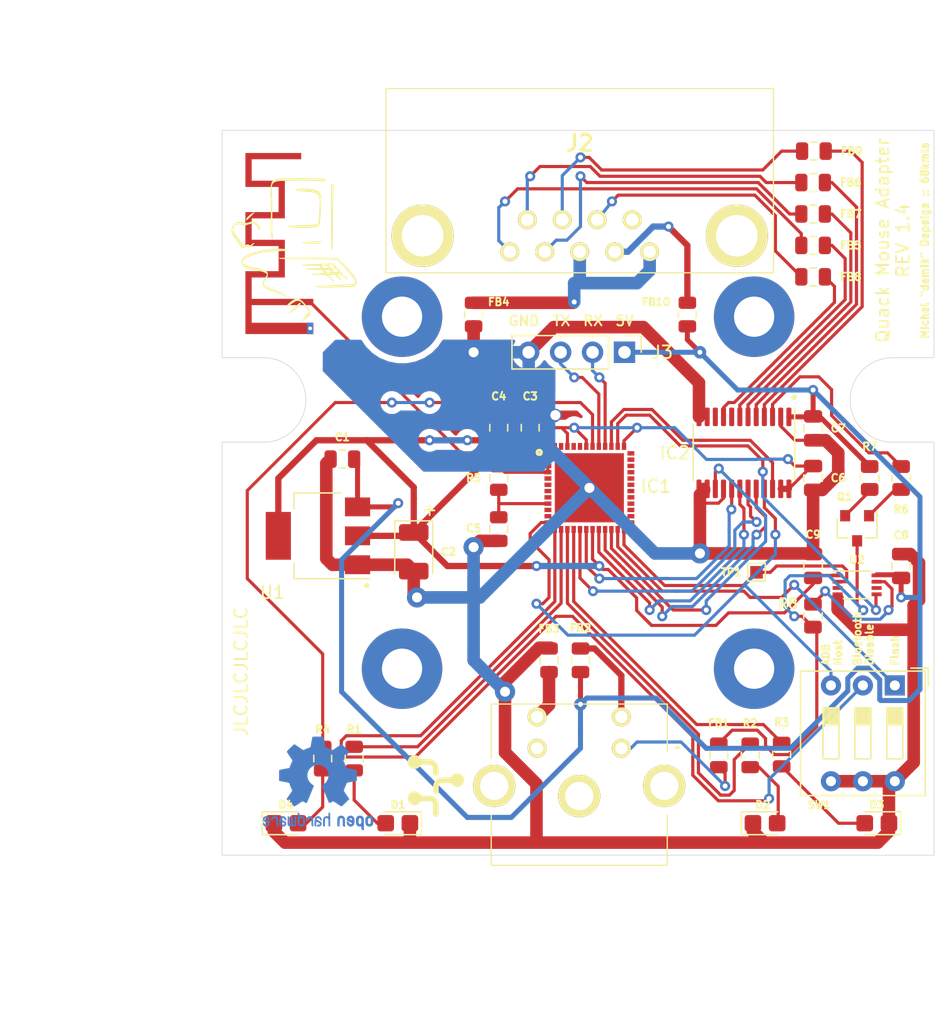
<source format=kicad_pcb>
(kicad_pcb (version 20171130) (host pcbnew "(5.1.9-0-10_14)")
  (title_block (title "Quack Mouse Adapter") (date 2021-08-15) (rev 1.4) (company Lostwave) (comment 1 https://68kmla.org) (comment 2 https://github.com/demik/quack/tree/master/EDA))
  (layers (0 F.Cu signal) (31 B.Cu signal) (35 F.Paste user) (37 F.SilkS user) (38 B.Mask user) (39 F.Mask user) (44 Edge.Cuts user))
  (net 0 "")
  (net 1 GND)
  (net 2 +5V)
  (net 3 +3V3)
  (net 4 "Net-(D1-Pad2)")
  (net 5 "Net-(D2-Pad2)")
  (net 6 "Net-(D3-Pad2)")
  (net 7 "Net-(D4-Pad2)")
  (net 8 "Net-(IC1-Pad14)")
  (net 9 "Net-(IC1-Pad15)")
  (net 10 "Net-(IC1-Pad16)")
  (net 11 "Net-(IC1-Pad42)")
  (net 12 U0RXD)
  (net 13 U0TXD)
  (net 14 /quack_connectors/QY2_5V)
  (net 15 /quack_connectors/CLICK_5V)
  (net 16 /quack_connectors/QY1_5V)
  (net 17 /quack_connectors/QX1_5V)
  (net 18 /quack_connectors/QX2_5V)
  (net 19 QY1_3V)
  (net 20 QX1_3V)
  (net 21 QX2_3V)
  (net 22 QY2_3V)
  (net 23 CLICK_3V)
  (net 24 ADB)
  (net 25 "Net-(C5-Pad1)")
  (net 26 "Net-(FB1-Pad1)")
  (net 27 "Net-(FB1-Pad2)")
  (net 28 "Net-(FB2-Pad2)")
  (net 29 "Net-(FB3-Pad2)")
  (net 30 "Net-(FB4-Pad2)")
  (net 31 "Net-(FB5-Pad1)")
  (net 32 "Net-(FB6-Pad1)")
  (net 33 "Net-(FB7-Pad1)")
  (net 34 "Net-(FB8-Pad1)")
  (net 35 "Net-(FB9-Pad1)")
  (net 36 "Net-(FB10-Pad1)")
  (net 37 "Net-(ANT1-Pad1)")
  (net 38 ~OE)
  (net 39 DIR)
  (net 40 ~ADBHOST)
  (net 41 ~FLASH)
  (net 42 ~BTDIS)
  (net 43 /quack_connectors/~ADBPULL)
  (net 44 "Net-(Q1-Pad2)")
  (net 45 "Net-(Q1-Pad1)")
  (net 46 "Net-(R8-Pad2)")
  (module MountingHole_Tooling:MountingHole_1.152mm (layer F.Cu) (at 180.975 72.39)
    (fp_text reference H6 hide)
    (fp_text value 1.152mm)
    (pad "" np_thru_hole circle (at 0 0) (size 1.152 1.152) (drill 1.152) (layers *.Cu *.Mask))
  )
  (module MountingHole_Tooling:MountingHole_1.152mm (layer F.Cu) (at 130.175 120.65)
    (fp_text reference H5 hide)
    (fp_text value 1.152mm)
    (pad "" np_thru_hole circle (at 0 0) (size 1.152 1.152) (drill 1.152) (layers *.Cu *.Mask))
  )
  (module "Macintosh logo:Macintosh logo" (layer F.Cu) (at 132.715 78.74)
    (fp_text reference G*** hide)
    (fp_text value LOGO hide)
  )
  (module Symbol:OSHW-Logo2_9.8x8mm_Copper (layer B.Cu) (at 134.62 121.285 180)
    (fp_text reference REF** hide)
    (fp_text value OSHW-Logo2_9.8x8mm_Copper hide)
    (fp_poly (pts (xy -3.231114 -2.584505) (xy -3.156461 -2.621727) (xy -3.090569 -2.690261) (xy -3.072423 -2.715648) (xy -3.052655 -2.748866) (xy -3.039828 -2.784945) (xy -3.03249 -2.833098) (xy -3.029187 -2.902536) (xy -3.028462 -2.994206) (xy -3.031737 -3.11983) (xy -3.043123 -3.214154) (xy -3.064959 -3.284523) (xy -3.099581 -3.338286) (xy -3.14933 -3.382788) (xy -3.152986 -3.385423) (xy -3.202015 -3.412377) (xy -3.261055 -3.425712) (xy -3.336141 -3.429) (xy -3.458205 -3.429) (xy -3.458256 -3.547497) (xy -3.459392 -3.613492) (xy -3.466314 -3.652202) (xy -3.484402 -3.675419) (xy -3.519038 -3.694933) (xy -3.527355 -3.69892) (xy -3.56628 -3.717603) (xy -3.596417 -3.729403) (xy -3.618826 -3.730422) (xy -3.634567 -3.716761) (xy -3.644698 -3.684522) (xy -3.650277 -3.629804) (xy -3.652365 -3.548711) (xy -3.652019 -3.437344) (xy -3.6503 -3.291802) (xy -3.649763 -3.248269) (xy -3.647828 -3.098205) (xy -3.646096 -3.000042) (xy -3.458308 -3.000042) (xy -3.457252 -3.083364) (xy -3.452562 -3.13788) (xy -3.441949 -3.173837) (xy -3.423128 -3.201482) (xy -3.41035 -3.214965) (xy -3.35811 -3.254417) (xy -3.311858 -3.257628) (xy -3.264133 -3.225049) (xy -3.262923 -3.223846) (xy -3.243506 -3.198668) (xy -3.231693 -3.164447) (xy -3.225735 -3.111748) (xy -3.22388 -3.031131) (xy -3.223846 -3.013271) (xy -3.22833 -2.902175) (xy -3.242926 -2.825161) (xy -3.26935 -2.778147) (xy -3.309317 -2.75705) (xy -3.332416 -2.754923) (xy -3.387238 -2.7649) (xy -3.424842 -2.797752) (xy -3.447477 -2.857857) (xy -3.457394 -2.949598) (xy -3.458308 -3.000042) (xy -3.646096 -3.000042) (xy -3.645778 -2.98206) (xy -3.643127 -2.894679) (xy -3.639394 -2.830905) (xy -3.634093 -2.785582) (xy -3.626742 -2.753555) (xy -3.616857 -2.729668) (xy -3.603954 -2.708764) (xy -3.598421 -2.700898) (xy -3.525031 -2.626595) (xy -3.43224 -2.584467) (xy -3.324904 -2.572722) (xy -3.231114 -2.584505)) (layer B.Cu) (width 0.01))
    (fp_poly (pts (xy -1.728336 -2.595089) (xy -1.665633 -2.631358) (xy -1.622039 -2.667358) (xy -1.590155 -2.705075) (xy -1.56819 -2.751199) (xy -1.554351 -2.812421) (xy -1.546847 -2.895431) (xy -1.543883 -3.006919) (xy -1.543539 -3.087062) (xy -1.543539 -3.382065) (xy -1.709615 -3.456515) (xy -1.719385 -3.133402) (xy -1.723421 -3.012729) (xy -1.727656 -2.925141) (xy -1.732903 -2.86465) (xy -1.739975 -2.825268) (xy -1.749689 -2.801007) (xy -1.762856 -2.78588) (xy -1.767081 -2.782606) (xy -1.831091 -2.757034) (xy -1.895792 -2.767153) (xy -1.934308 -2.794) (xy -1.949975 -2.813024) (xy -1.96082 -2.837988) (xy -1.967712 -2.875834) (xy -1.971521 -2.933502) (xy -1.973117 -3.017935) (xy -1.973385 -3.105928) (xy -1.973437 -3.216323) (xy -1.975328 -3.294463) (xy -1.981655 -3.347165) (xy -1.995017 -3.381242) (xy -2.018015 -3.403511) (xy -2.053246 -3.420787) (xy -2.100303 -3.438738) (xy -2.151697 -3.458278) (xy -2.145579 -3.111485) (xy -2.143116 -2.986468) (xy -2.140233 -2.894082) (xy -2.136102 -2.827881) (xy -2.129893 -2.78142) (xy -2.120774 -2.748256) (xy -2.107917 -2.721944) (xy -2.092416 -2.698729) (xy -2.017629 -2.624569) (xy -1.926372 -2.581684) (xy -1.827117 -2.571412) (xy -1.728336 -2.595089)) (layer B.Cu) (width 0.01))
    (fp_poly (pts (xy -3.983114 -2.587256) (xy -3.891536 -2.635409) (xy -3.823951 -2.712905) (xy -3.799943 -2.762727) (xy -3.781262 -2.837533) (xy -3.771699 -2.932052) (xy -3.770792 -3.03521) (xy -3.778079 -3.135935) (xy -3.793097 -3.223153) (xy -3.815385 -3.285791) (xy -3.822235 -3.296579) (xy -3.903368 -3.377105) (xy -3.999734 -3.425336) (xy -4.104299 -3.43945) (xy -4.210032 -3.417629) (xy -4.239457 -3.404547) (xy -4.296759 -3.364231) (xy -4.34705 -3.310775) (xy -4.351803 -3.303995) (xy -4.371122 -3.271321) (xy -4.383892 -3.236394) (xy -4.391436 -3.190414) (xy -4.395076 -3.124584) (xy -4.396135 -3.030105) (xy -4.396154 -3.008923) (xy -4.396106 -3.002182) (xy -4.200769 -3.002182) (xy -4.199632 -3.091349) (xy -4.195159 -3.15052) (xy -4.185754 -3.188741) (xy -4.169824 -3.215053) (xy -4.161692 -3.223846) (xy -4.114942 -3.257261) (xy -4.069553 -3.255737) (xy -4.02366 -3.226752) (xy -3.996288 -3.195809) (xy -3.980077 -3.150643) (xy -3.970974 -3.07942) (xy -3.970349 -3.071114) (xy -3.968796 -2.942037) (xy -3.985035 -2.846172) (xy -4.018848 -2.784107) (xy -4.070016 -2.756432) (xy -4.08828 -2.754923) (xy -4.13624 -2.762513) (xy -4.169047 -2.788808) (xy -4.189105 -2.839095) (xy -4.198822 -2.918664) (xy -4.200769 -3.002182) (xy -4.396106 -3.002182) (xy -4.395426 -2.908249) (xy -4.392371 -2.837906) (xy -4.385678 -2.789163) (xy -4.37404 -2.753288) (xy -4.356147 -2.721548) (xy -4.352192 -2.715648) (xy -4.285733 -2.636104) (xy -4.213315 -2.589929) (xy -4.125151 -2.571599) (xy -4.095213 -2.570703) (xy -3.983114 -2.587256)) (layer B.Cu) (width 0.01))
    (fp_poly (pts (xy -2.465746 -2.599745) (xy -2.388714 -2.651567) (xy -2.329184 -2.726412) (xy -2.293622 -2.821654) (xy -2.286429 -2.891756) (xy -2.287246 -2.921009) (xy -2.294086 -2.943407) (xy -2.312888 -2.963474) (xy -2.349592 -2.985733) (xy -2.410138 -3.014709) (xy -2.500466 -3.054927) (xy -2.500923 -3.055129) (xy -2.584067 -3.09321) (xy -2.652247 -3.127025) (xy -2.698495 -3.152933) (xy -2.715842 -3.167295) (xy -2.715846 -3.167411) (xy -2.700557 -3.198685) (xy -2.664804 -3.233157) (xy -2.623758 -3.25799) (xy -2.602963 -3.262923) (xy -2.54623 -3.245862) (xy -2.497373 -3.203133) (xy -2.473535 -3.156155) (xy -2.450603 -3.121522) (xy -2.405682 -3.082081) (xy -2.352877 -3.048009) (xy -2.30629 -3.02948) (xy -2.296548 -3.028462) (xy -2.285582 -3.045215) (xy -2.284921 -3.088039) (xy -2.29298 -3.145781) (xy -2.308173 -3.207289) (xy -2.328914 -3.261409) (xy -2.329962 -3.26351) (xy -2.392379 -3.35066) (xy -2.473274 -3.409939) (xy -2.565144 -3.439034) (xy -2.660487 -3.435634) (xy -2.751802 -3.397428) (xy -2.755862 -3.394741) (xy -2.827694 -3.329642) (xy -2.874927 -3.244705) (xy -2.901066 -3.133021) (xy -2.904574 -3.101643) (xy -2.910787 -2.953536) (xy -2.903339 -2.884468) (xy -2.715846 -2.884468) (xy -2.71341 -2.927552) (xy -2.700086 -2.940126) (xy -2.666868 -2.930719) (xy -2.614506 -2.908483) (xy -2.555976 -2.88061) (xy -2.554521 -2.879872) (xy -2.504911 -2.853777) (xy -2.485 -2.836363) (xy -2.48991 -2.818107) (xy -2.510584 -2.79412) (xy -2.563181 -2.759406) (xy -2.619823 -2.756856) (xy -2.670631 -2.782119) (xy -2.705724 -2.830847) (xy -2.715846 -2.884468) (xy -2.903339 -2.884468) (xy -2.898008 -2.835036) (xy -2.865222 -2.741055) (xy -2.819579 -2.675215) (xy -2.737198 -2.608681) (xy -2.646454 -2.575676) (xy -2.553815 -2.573573) (xy -2.465746 -2.599745)) (layer B.Cu) (width 0.01))
    (fp_poly (pts (xy -0.840154 -2.49212) (xy -0.834428 -2.57198) (xy -0.827851 -2.619039) (xy -0.818738 -2.639566) (xy -0.805402 -2.639829) (xy -0.801077 -2.637378) (xy -0.743556 -2.619636) (xy -0.668732 -2.620672) (xy -0.592661 -2.63891) (xy -0.545082 -2.662505) (xy -0.496298 -2.700198) (xy -0.460636 -2.742855) (xy -0.436155 -2.797057) (xy -0.420913 -2.869384) (xy -0.41297 -2.966419) (xy -0.410384 -3.094742) (xy -0.410338 -3.119358) (xy -0.410308 -3.39587) (xy -0.471839 -3.41732) (xy -0.515541 -3.431912) (xy -0.539518 -3.438706) (xy -0.540223 -3.438769) (xy -0.542585 -3.420345) (xy -0.544594 -3.369526) (xy -0.546099 -3.292993) (xy -0.546947 -3.19743) (xy -0.547077 -3.139329) (xy -0.547349 -3.024771) (xy -0.548748 -2.942667) (xy -0.552151 -2.886393) (xy -0.558433 -2.849326) (xy -0.568471 -2.824844) (xy -0.583139 -2.806325) (xy -0.592298 -2.797406) (xy -0.655211 -2.761466) (xy -0.723864 -2.758775) (xy -0.786152 -2.78917) (xy -0.797671 -2.800144) (xy -0.814567 -2.820779) (xy -0.826286 -2.845256) (xy -0.833767 -2.880647) (xy -0.837946 -2.934026) (xy -0.839763 -3.012466) (xy -0.840154 -3.120617) (xy -0.840154 -3.39587) (xy -0.901685 -3.41732) (xy -0.945387 -3.431912) (xy -0.969364 -3.438706) (xy -0.97007 -3.438769) (xy -0.971874 -3.420069) (xy -0.9735 -3.367322) (xy -0.974883 -3.285557) (xy -0.975958 -3.179805) (xy -0.97666 -3.055094) (xy -0.976923 -2.916455) (xy -0.976923 -2.381806) (xy -0.849923 -2.328236) (xy -0.840154 -2.49212)) (layer B.Cu) (width 0.01))
    (fp_poly (pts (xy 0.053501 -2.626303) (xy 0.13006 -2.654733) (xy 0.130936 -2.655279) (xy 0.178285 -2.690127) (xy 0.213241 -2.730852) (xy 0.237825 -2.783925) (xy 0.254062 -2.855814) (xy 0.263975 -2.952992) (xy 0.269586 -3.081928) (xy 0.270077 -3.100298) (xy 0.277141 -3.377287) (xy 0.217695 -3.408028) (xy 0.174681 -3.428802) (xy 0.14871 -3.438646) (xy 0.147509 -3.438769) (xy 0.143014 -3.420606) (xy 0.139444 -3.371612) (xy 0.137248 -3.300031) (xy 0.136769 -3.242068) (xy 0.136758 -3.14817) (xy 0.132466 -3.089203) (xy 0.117503 -3.061079) (xy 0.085482 -3.059706) (xy 0.030014 -3.080998) (xy -0.053731 -3.120136) (xy -0.115311 -3.152643) (xy -0.146983 -3.180845) (xy -0.156294 -3.211582) (xy -0.156308 -3.213104) (xy -0.140943 -3.266054) (xy -0.095453 -3.29466) (xy -0.025834 -3.298803) (xy 0.024313 -3.298084) (xy 0.050754 -3.312527) (xy 0.067243 -3.347218) (xy 0.076733 -3.391416) (xy 0.063057 -3.416493) (xy 0.057907 -3.420082) (xy 0.009425 -3.434496) (xy -0.058469 -3.436537) (xy -0.128388 -3.426983) (xy -0.177932 -3.409522) (xy -0.24643 -3.351364) (xy -0.285366 -3.270408) (xy -0.293077 -3.20716) (xy -0.287193 -3.150111) (xy -0.265899 -3.103542) (xy -0.223735 -3.062181) (xy -0.155241 -3.020755) (xy -0.054956 -2.973993) (xy -0.048846 -2.97135) (xy 0.04149 -2.929617) (xy 0.097235 -2.895391) (xy 0.121129 -2.864635) (xy 0.115913 -2.833311) (xy 0.084328 -2.797383) (xy 0.074883 -2.789116) (xy 0.011617 -2.757058) (xy -0.053936 -2.758407) (xy -0.111028 -2.789838) (xy -0.148907 -2.848024) (xy -0.152426 -2.859446) (xy -0.1867 -2.914837) (xy -0.230191 -2.941518) (xy -0.293077 -2.96796) (xy -0.293077 -2.899548) (xy -0.273948 -2.80011) (xy -0.217169 -2.708902) (xy -0.187622 -2.678389) (xy -0.120458 -2.639228) (xy -0.035044 -2.6215) (xy 0.053501 -2.626303)) (layer B.Cu) (width 0.01))
    (fp_poly (pts (xy 0.713362 -2.62467) (xy 0.802117 -2.657421) (xy 0.874022 -2.71535) (xy 0.902144 -2.756128) (xy 0.932802 -2.830954) (xy 0.932165 -2.885058) (xy 0.899987 -2.921446) (xy 0.888081 -2.927633) (xy 0.836675 -2.946925) (xy 0.810422 -2.941982) (xy 0.80153 -2.909587) (xy 0.801077 -2.891692) (xy 0.784797 -2.825859) (xy 0.742365 -2.779807) (xy 0.683388 -2.757564) (xy 0.617475 -2.763161) (xy 0.563895 -2.792229) (xy 0.545798 -2.80881) (xy 0.532971 -2.828925) (xy 0.524306 -2.859332) (xy 0.518696 -2.906788) (xy 0.515035 -2.97805) (xy 0.512215 -3.079875) (xy 0.511484 -3.112115) (xy 0.50882 -3.22241) (xy 0.505792 -3.300036) (xy 0.50125 -3.351396) (xy 0.494046 -3.38289) (xy 0.483033 -3.40092) (xy 0.46706 -3.411888) (xy 0.456834 -3.416733) (xy 0.413406 -3.433301) (xy 0.387842 -3.438769) (xy 0.379395 -3.420507) (xy 0.374239 -3.365296) (xy 0.372346 -3.272499) (xy 0.373689 -3.141478) (xy 0.374107 -3.121269) (xy 0.377058 -3.001733) (xy 0.380548 -2.914449) (xy 0.385514 -2.852591) (xy 0.392893 -2.809336) (xy 0.403624 -2.77786) (xy 0.418645 -2.751339) (xy 0.426502 -2.739975) (xy 0.471553 -2.689692) (xy 0.52194 -2.650581) (xy 0.528108 -2.647167) (xy 0.618458 -2.620212) (xy 0.713362 -2.62467)) (layer B.Cu) (width 0.01))
    (fp_poly (pts (xy 1.602081 -2.780289) (xy 1.601833 -2.92632) (xy 1.600872 -3.038655) (xy 1.598794 -3.122678) (xy 1.595193 -3.183769) (xy 1.589665 -3.227309) (xy 1.581804 -3.258679) (xy 1.571207 -3.283262) (xy 1.563182 -3.297294) (xy 1.496728 -3.373388) (xy 1.41247 -3.421084) (xy 1.319249 -3.438199) (xy 1.2259 -3.422546) (xy 1.170312 -3.394418) (xy 1.111957 -3.34576) (xy 1.072186 -3.286333) (xy 1.04819 -3.208507) (xy 1.037161 -3.104652) (xy 1.035599 -3.028462) (xy 1.035809 -3.022986) (xy 1.172308 -3.022986) (xy 1.173141 -3.110355) (xy 1.176961 -3.168192) (xy 1.185746 -3.206029) (xy 1.201474 -3.233398) (xy 1.220266 -3.254042) (xy 1.283375 -3.29389) (xy 1.351137 -3.297295) (xy 1.415179 -3.264025) (xy 1.420164 -3.259517) (xy 1.441439 -3.236067) (xy 1.454779 -3.208166) (xy 1.462001 -3.166641) (xy 1.464923 -3.102316) (xy 1.465385 -3.0312) (xy 1.464383 -2.941858) (xy 1.460238 -2.882258) (xy 1.451236 -2.843089) (xy 1.435667 -2.81504) (xy 1.422902 -2.800144) (xy 1.3636 -2.762575) (xy 1.295301 -2.758057) (xy 1.23011 -2.786753) (xy 1.217528 -2.797406) (xy 1.196111 -2.821063) (xy 1.182744 -2.849251) (xy 1.175566 -2.891245) (xy 1.172719 -2.956319) (xy 1.172308 -3.022986) (xy 1.035809 -3.022986) (xy 1.040322 -2.905765) (xy 1.056362 -2.813577) (xy 1.086528 -2.744269) (xy 1.133629 -2.690211) (xy 1.170312 -2.662505) (xy 1.23699 -2.632572) (xy 1.314272 -2.618678) (xy 1.38611 -2.622397) (xy 1.426308 -2.6374) (xy 1.442082 -2.64167) (xy 1.45255 -2.62575) (xy 1.459856 -2.583089) (xy 1.465385 -2.518106) (xy 1.471437 -2.445732) (xy 1.479844 -2.402187) (xy 1.495141 -2.377287) (xy 1.521864 -2.360845) (xy 1.538654 -2.353564) (xy 1.602154 -2.326963) (xy 1.602081 -2.780289)) (layer B.Cu) (width 0.01))
    (fp_poly (pts (xy 2.395929 -2.636662) (xy 2.398911 -2.688068) (xy 2.401247 -2.766192) (xy 2.402749 -2.864857) (xy 2.403231 -2.968343) (xy 2.403231 -3.318533) (xy 2.341401 -3.380363) (xy 2.298793 -3.418462) (xy 2.26139 -3.433895) (xy 2.21027 -3.432918) (xy 2.189978 -3.430433) (xy 2.126554 -3.4232) (xy 2.074095 -3.419055) (xy 2.061308 -3.418672) (xy 2.018199 -3.421176) (xy 1.956544 -3.427462) (xy 1.932638 -3.430433) (xy 1.873922 -3.435028) (xy 1.834464 -3.425046) (xy 1.795338 -3.394228) (xy 1.781215 -3.380363) (xy 1.719385 -3.318533) (xy 1.719385 -2.663503) (xy 1.76915 -2.640829) (xy 1.812002 -2.624034) (xy 1.837073 -2.618154) (xy 1.843501 -2.636736) (xy 1.849509 -2.688655) (xy 1.854697 -2.768172) (xy 1.858664 -2.869546) (xy 1.860577 -2.955192) (xy 1.865923 -3.292231) (xy 1.91256 -3.298825) (xy 1.954976 -3.294214) (xy 1.97576 -3.279287) (xy 1.98157 -3.251377) (xy 1.98653 -3.191925) (xy 1.990246 -3.108466) (xy 1.992324 -3.008532) (xy 1.992624 -2.957104) (xy 1.992923 -2.661054) (xy 2.054454 -2.639604) (xy 2.098004 -2.62502) (xy 2.121694 -2.618219) (xy 2.122377 -2.618154) (xy 2.124754 -2.636642) (xy 2.127366 -2.687906) (xy 2.129995 -2.765649) (xy 2.132421 -2.863574) (xy 2.134115 -2.955192) (xy 2.139461 -3.292231) (xy 2.256692 -3.292231) (xy 2.262072 -2.984746) (xy 2.267451 -2.677261) (xy 2.324601 -2.647707) (xy 2.366797 -2.627413) (xy 2.39177 -2.618204) (xy 2.392491 -2.618154) (xy 2.395929 -2.636662)) (layer B.Cu) (width 0.01))
    (fp_poly (pts (xy 2.887333 -2.633528) (xy 2.94359 -2.659117) (xy 2.987747 -2.690124) (xy 3.020101 -2.724795) (xy 3.042438 -2.76952) (xy 3.056546 -2.830692) (xy 3.064211 -2.914701) (xy 3.06722 -3.02794) (xy 3.067538 -3.102509) (xy 3.067538 -3.39342) (xy 3.017773 -3.416095) (xy 2.978576 -3.432667) (xy 2.959157 -3.438769) (xy 2.955442 -3.42061) (xy 2.952495 -3.371648) (xy 2.950691 -3.300153) (xy 2.950308 -3.243385) (xy 2.948661 -3.161371) (xy 2.944222 -3.096309) (xy 2.93774 -3.056467) (xy 2.93259 -3.048) (xy 2.897977 -3.056646) (xy 2.84364 -3.078823) (xy 2.780722 -3.108886) (xy 2.720368 -3.141192) (xy 2.673721 -3.170098) (xy 2.651926 -3.189961) (xy 2.651839 -3.190175) (xy 2.653714 -3.226935) (xy 2.670525 -3.262026) (xy 2.700039 -3.290528) (xy 2.743116 -3.300061) (xy 2.779932 -3.29895) (xy 2.832074 -3.298133) (xy 2.859444 -3.310349) (xy 2.875882 -3.342624) (xy 2.877955 -3.34871) (xy 2.885081 -3.394739) (xy 2.866024 -3.422687) (xy 2.816353 -3.436007) (xy 2.762697 -3.43847) (xy 2.666142 -3.42021) (xy 2.616159 -3.394131) (xy 2.554429 -3.332868) (xy 2.52169 -3.25767) (xy 2.518753 -3.178211) (xy 2.546424 -3.104167) (xy 2.588047 -3.057769) (xy 2.629604 -3.031793) (xy 2.694922 -2.998907) (xy 2.771038 -2.965557) (xy 2.783726 -2.960461) (xy 2.867333 -2.923565) (xy 2.91553 -2.891046) (xy 2.93103 -2.858718) (xy 2.91655 -2.822394) (xy 2.891692 -2.794) (xy 2.832939 -2.759039) (xy 2.768293 -2.756417) (xy 2.709008 -2.783358) (xy 2.666339 -2.837088) (xy 2.660739 -2.85095) (xy 2.628133 -2.901936) (xy 2.58053 -2.939787) (xy 2.520461 -2.97085) (xy 2.520461 -2.882768) (xy 2.523997 -2.828951) (xy 2.539156 -2.786534) (xy 2.572768 -2.741279) (xy 2.605035 -2.70642) (xy 2.655209 -2.657062) (xy 2.694193 -2.630547) (xy 2.736064 -2.619911) (xy 2.78346 -2.618154) (xy 2.887333 -2.633528)) (layer B.Cu) (width 0.01))
    (fp_poly (pts (xy 3.570807 -2.636782) (xy 3.594161 -2.646988) (xy 3.649902 -2.691134) (xy 3.697569 -2.754967) (xy 3.727048 -2.823087) (xy 3.731846 -2.85667) (xy 3.71576 -2.903556) (xy 3.680475 -2.928365) (xy 3.642644 -2.943387) (xy 3.625321 -2.946155) (xy 3.616886 -2.926066) (xy 3.60023 -2.882351) (xy 3.592923 -2.862598) (xy 3.551948 -2.794271) (xy 3.492622 -2.760191) (xy 3.416552 -2.761239) (xy 3.410918 -2.762581) (xy 3.370305 -2.781836) (xy 3.340448 -2.819375) (xy 3.320055 -2.879809) (xy 3.307836 -2.967751) (xy 3.3025 -3.087813) (xy 3.302 -3.151698) (xy 3.301752 -3.252403) (xy 3.300126 -3.321054) (xy 3.295801 -3.364673) (xy 3.287454 -3.390282) (xy 3.273765 -3.404903) (xy 3.253411 -3.415558) (xy 3.252234 -3.416095) (xy 3.213038 -3.432667) (xy 3.193619 -3.438769) (xy 3.190635 -3.420319) (xy 3.188081 -3.369323) (xy 3.18614 -3.292308) (xy 3.184997 -3.195805) (xy 3.184769 -3.125184) (xy 3.185932 -2.988525) (xy 3.190479 -2.884851) (xy 3.199999 -2.808108) (xy 3.216081 -2.752246) (xy 3.240313 -2.711212) (xy 3.274286 -2.678954) (xy 3.307833 -2.65644) (xy 3.388499 -2.626476) (xy 3.482381 -2.619718) (xy 3.570807 -2.636782)) (layer B.Cu) (width 0.01))
    (fp_poly (pts (xy 4.245224 -2.647838) (xy 4.322528 -2.698361) (xy 4.359814 -2.74359) (xy 4.389353 -2.825663) (xy 4.391699 -2.890607) (xy 4.386385 -2.977445) (xy 4.186115 -3.065103) (xy 4.088739 -3.109887) (xy 4.025113 -3.145913) (xy 3.992029 -3.177117) (xy 3.98628 -3.207436) (xy 4.004658 -3.240805) (xy 4.024923 -3.262923) (xy 4.083889 -3.298393) (xy 4.148024 -3.300879) (xy 4.206926 -3.273235) (xy 4.250197 -3.21832) (xy 4.257936 -3.198928) (xy 4.295006 -3.138364) (xy 4.337654 -3.112552) (xy 4.396154 -3.090471) (xy 4.396154 -3.174184) (xy 4.390982 -3.23115) (xy 4.370723 -3.279189) (xy 4.328262 -3.334346) (xy 4.321951 -3.341514) (xy 4.27472 -3.390585) (xy 4.234121 -3.41692) (xy 4.183328 -3.429035) (xy 4.14122 -3.433003) (xy 4.065902 -3.433991) (xy 4.012286 -3.421466) (xy 3.978838 -3.402869) (xy 3.926268 -3.361975) (xy 3.889879 -3.317748) (xy 3.86685 -3.262126) (xy 3.854359 -3.187047) (xy 3.849587 -3.084449) (xy 3.849206 -3.032376) (xy 3.850501 -2.969948) (xy 3.968471 -2.969948) (xy 3.969839 -3.003438) (xy 3.973249 -3.008923) (xy 3.995753 -3.001472) (xy 4.044182 -2.981753) (xy 4.108908 -2.953718) (xy 4.122443 -2.947692) (xy 4.204244 -2.906096) (xy 4.249312 -2.869538) (xy 4.259217 -2.835296) (xy 4.235526 -2.800648) (xy 4.21596 -2.785339) (xy 4.14536 -2.754721) (xy 4.07928 -2.75978) (xy 4.023959 -2.797151) (xy 3.985636 -2.863473) (xy 3.973349 -2.916116) (xy 3.968471 -2.969948) (xy 3.850501 -2.969948) (xy 3.85173 -2.91072) (xy 3.861032 -2.82071) (xy 3.87946 -2.755167) (xy 3.90936 -2.706912) (xy 3.95308 -2.668767) (xy 3.972141 -2.65644) (xy 4.058726 -2.624336) (xy 4.153522 -2.622316) (xy 4.245224 -2.647838)) (layer B.Cu) (width 0.01))
    (fp_poly (pts (xy 0.139878 3.712224) (xy 0.245612 3.711645) (xy 0.322132 3.710078) (xy 0.374372 3.707028) (xy 0.407263 3.702004) (xy 0.425737 3.694511) (xy 0.434727 3.684056) (xy 0.439163 3.670147) (xy 0.439594 3.668346) (xy 0.446333 3.635855) (xy 0.458808 3.571748) (xy 0.475719 3.482849) (xy 0.495771 3.375981) (xy 0.517664 3.257967) (xy 0.518429 3.253822) (xy 0.540359 3.138169) (xy 0.560877 3.035986) (xy 0.578659 2.953402) (xy 0.592381 2.896544) (xy 0.600718 2.871542) (xy 0.601116 2.871099) (xy 0.625677 2.85889) (xy 0.676315 2.838544) (xy 0.742095 2.814455) (xy 0.742461 2.814326) (xy 0.825317 2.783182) (xy 0.923 2.743509) (xy 1.015077 2.703619) (xy 1.019434 2.701647) (xy 1.169407 2.63358) (xy 1.501498 2.860361) (xy 1.603374 2.929496) (xy 1.695657 2.991303) (xy 1.773003 3.042267) (xy 1.830064 3.078873) (xy 1.861495 3.097606) (xy 1.864479 3.098996) (xy 1.887321 3.09281) (xy 1.929982 3.062965) (xy 1.994128 3.008053) (xy 2.081421 2.926666) (xy 2.170535 2.840078) (xy 2.256441 2.754753) (xy 2.333327 2.676892) (xy 2.396564 2.611303) (xy 2.441523 2.562795) (xy 2.463576 2.536175) (xy 2.464396 2.534805) (xy 2.466834 2.516537) (xy 2.45765 2.486705) (xy 2.434574 2.441279) (xy 2.395337 2.37623) (xy 2.33767 2.28753) (xy 2.260795 2.173343) (xy 2.19257 2.072838) (xy 2.131582 1.982697) (xy 2.081356 1.908151) (xy 2.045416 1.854435) (xy 2.027287 1.826782) (xy 2.026146 1.824905) (xy 2.028359 1.79841) (xy 2.045138 1.746914) (xy 2.073142 1.680149) (xy 2.083122 1.658828) (xy 2.126672 1.563841) (xy 2.173134 1.456063) (xy 2.210877 1.362808) (xy 2.238073 1.293594) (xy 2.259675 1.240994) (xy 2.272158 1.213503) (xy 2.273709 1.211384) (xy 2.296668 1.207876) (xy 2.350786 1.198262) (xy 2.428868 1.183911) (xy 2.523719 1.166193) (xy 2.628143 1.146475) (xy 2.734944 1.126126) (xy 2.836926 1.106514) (xy 2.926894 1.089009) (xy 2.997653 1.074978) (xy 3.042006 1.065791) (xy 3.052885 1.063193) (xy 3.064122 1.056782) (xy 3.072605 1.042303) (xy 3.078714 1.014867) (xy 3.082832 0.969589) (xy 3.085341 0.90158) (xy 3.086621 0.805953) (xy 3.087054 0.67782) (xy 3.087077 0.625299) (xy 3.087077 0.198155) (xy 2.9845 0.177909) (xy 2.927431 0.16693) (xy 2.842269 0.150905) (xy 2.739372 0.131767) (xy 2.629096 0.111449) (xy 2.598615 0.105868) (xy 2.496855 0.086083) (xy 2.408205 0.066627) (xy 2.340108 0.049303) (xy 2.300004 0.035912) (xy 2.293323 0.031921) (xy 2.276919 0.003658) (xy 2.253399 -0.051109) (xy 2.227316 -0.121588) (xy 2.222142 -0.136769) (xy 2.187956 -0.230896) (xy 2.145523 -0.337101) (xy 2.103997 -0.432473) (xy 2.103792 -0.432916) (xy 2.03464 -0.582525) (xy 2.489512 -1.251617) (xy 2.1975 -1.544116) (xy 2.10918 -1.63117) (xy 2.028625 -1.707909) (xy 1.96036 -1.770237) (xy 1.908908 -1.814056) (xy 1.878794 -1.83527) (xy 1.874474 -1.836616) (xy 1.849111 -1.826016) (xy 1.797358 -1.796547) (xy 1.724868 -1.751705) (xy 1.637294 -1.694984) (xy 1.542612 -1.631462) (xy 1.446516 -1.566668) (xy 1.360837 -1.510287) (xy 1.291016 -1.465788) (xy 1.242494 -1.436639) (xy 1.220782 -1.426308) (xy 1.194293 -1.43505) (xy 1.144062 -1.458087) (xy 1.080451 -1.490631) (xy 1.073708 -1.494249) (xy 0.988046 -1.53721) (xy 0.929306 -1.558279) (xy 0.892772 -1.558503) (xy 0.873731 -1.538928) (xy 0.87362 -1.538654) (xy 0.864102 -1.515472) (xy 0.841403 -1.460441) (xy 0.807282 -1.377822) (xy 0.7635 -1.271872) (xy 0.711816 -1.146852) (xy 0.653992 -1.00702) (xy 0.597991 -0.871637) (xy 0.536447 -0.722234) (xy 0.479939 -0.583832) (xy 0.430161 -0.460673) (xy 0.388806 -0.357002) (xy 0.357568 -0.277059) (xy 0.338141 -0.225088) (xy 0.332154 -0.205692) (xy 0.347168 -0.183443) (xy 0.386439 -0.147982) (xy 0.438807 -0.108887) (xy 0.587941 0.014755) (xy 0.704511 0.156478) (xy 0.787118 0.313296) (xy 0.834366 0.482225) (xy 0.844857 0.660278) (xy 0.837231 0.742461) (xy 0.795682 0.912969) (xy 0.724123 1.063541) (xy 0.626995 1.192691) (xy 0.508734 1.298936) (xy 0.37378 1.38079) (xy 0.226571 1.436768) (xy 0.071544 1.465385) (xy -0.086861 1.465156) (xy -0.244206 1.434595) (xy -0.396054 1.372218) (xy -0.537965 1.27654) (xy -0.597197 1.222428) (xy -0.710797 1.08348) (xy -0.789894 0.931639) (xy -0.835014 0.771333) (xy -0.846684 0.606988) (xy -0.825431 0.443029) (xy -0.77178 0.283882) (xy -0.68626 0.133975) (xy -0.569395 -0.002267) (xy -0.438807 -0.108887) (xy -0.384412 -0.149642) (xy -0.345986 -0.184718) (xy -0.332154 -0.205726) (xy -0.339397 -0.228635) (xy -0.359995 -0.283365) (xy -0.392254 -0.365672) (xy -0.434479 -0.471315) (xy -0.484977 -0.59605) (xy -0.542052 -0.735636) (xy -0.598146 -0.87167) (xy -0.660033 -1.021201) (xy -0.717356 -1.159767) (xy -0.768356 -1.283107) (xy -0.811273 -1.386964) (xy -0.844347 -1.46708) (xy -0.865819 -1.519195) (xy -0.873775 -1.538654) (xy -0.892571 -1.558423) (xy -0.928926 -1.558365) (xy -0.987521 -1.537441) (xy -1.073032 -1.494613) (xy -1.073708 -1.494249) (xy -1.138093 -1.461012) (xy -1.190139 -1.436802) (xy -1.219488 -1.426404) (xy -1.220783 -1.426308) (xy -1.242876 -1.436855) (xy -1.291652 -1.466184) (xy -1.361669 -1.510827) (xy -1.447486 -1.567314) (xy -1.542612 -1.631462) (xy -1.63946 -1.696411) (xy -1.726747 -1.752896) (xy -1.798819 -1.797421) (xy -1.850023 -1.82649) (xy -1.874474 -1.836616) (xy -1.89699 -1.823307) (xy -1.942258 -1.786112) (xy -2.005756 -1.729128) (xy -2.082961 -1.656449) (xy -2.169349 -1.572171) (xy -2.197601 -1.544016) (xy -2.489713 -1.251416) (xy -2.267369 -0.925104) (xy -2.199798 -0.824897) (xy -2.140493 -0.734963) (xy -2.092783 -0.66051) (xy -2.059993 -0.606751) (xy -2.045452 -0.578894) (xy -2.045026 -0.576912) (xy -2.052692 -0.550655) (xy -2.073311 -0.497837) (xy -2.103315 -0.42731) (xy -2.124375 -0.380093) (xy -2.163752 -0.289694) (xy -2.200835 -0.198366) (xy -2.229585 -0.1212) (xy -2.237395 -0.097692) (xy -2.259583 -0.034916) (xy -2.281273 0.013589) (xy -2.293187 0.031921) (xy -2.319477 0.043141) (xy -2.376858 0.059046) (xy -2.457882 0.077833) (xy -2.555105 0.097701) (xy -2.598615 0.105868) (xy -2.709104 0.126171) (xy -2.815084 0.14583) (xy -2.906199 0.162912) (xy -2.972092 0.175482) (xy -2.9845 0.177909) (xy -3.087077 0.198155) (xy -3.087077 0.625299) (xy -3.086847 0.765754) (xy -3.085901 0.872021) (xy -3.083859 0.948987) (xy -3.080338 1.00154) (xy -3.074957 1.034567) (xy -3.067334 1.052955) (xy -3.057088 1.061592) (xy -3.052885 1.063193) (xy -3.02753 1.068873) (xy -2.971516 1.080205) (xy -2.892036 1.095821) (xy -2.796288 1.114353) (xy -2.691467 1.134431) (xy -2.584768 1.154688) (xy -2.483387 1.173754) (xy -2.394521 1.190261) (xy -2.325363 1.202841) (xy -2.283111 1.210125) (xy -2.27371 1.211384) (xy -2.265193 1.228237) (xy -2.24634 1.27313) (xy -2.220676 1.33757) (xy -2.210877 1.362808) (xy -2.171352 1.460314) (xy -2.124808 1.568041) (xy -2.083123 1.658828) (xy -2.05245 1.728247) (xy -2.032044 1.78529) (xy -2.025232 1.820223) (xy -2.026318 1.824905) (xy -2.040715 1.847009) (xy -2.073588 1.896169) (xy -2.12141 1.967152) (xy -2.180652 2.054722) (xy -2.247785 2.153643) (xy -2.261059 2.17317) (xy -2.338954 2.28886) (xy -2.396213 2.376956) (xy -2.435119 2.441514) (xy -2.457956 2.486589) (xy -2.467006 2.516237) (xy -2.464552 2.534515) (xy -2.464489 2.534631) (xy -2.445173 2.558639) (xy -2.402449 2.605053) (xy -2.340949 2.669063) (xy -2.265302 2.745855) (xy -2.180139 2.830618) (xy -2.170535 2.840078) (xy -2.06321 2.944011) (xy -1.980385 3.020325) (xy -1.920395 3.070429) (xy -1.881577 3.09573) (xy -1.86448 3.098996) (xy -1.839527 3.08475) (xy -1.787745 3.051844) (xy -1.71448 3.003792) (xy -1.62508 2.94411) (xy -1.524889 2.876312) (xy -1.501499 2.860361) (xy -1.169407 2.63358) (xy -1.019435 2.701647) (xy -0.92823 2.741315) (xy -0.830331 2.781209) (xy -0.746169 2.813017) (xy -0.742462 2.814326) (xy -0.676631 2.838424) (xy -0.625884 2.8588) (xy -0.601158 2.871064) (xy -0.601116 2.871099) (xy -0.593271 2.893266) (xy -0.579934 2.947783) (xy -0.56243 3.02852) (xy -0.542083 3.12935) (xy -0.520218 3.244144) (xy -0.518429 3.253822) (xy -0.496496 3.372096) (xy -0.47636 3.479458) (xy -0.45932 3.569083) (xy -0.446672 3.634149) (xy -0.439716 3.667832) (xy -0.439594 3.668346) (xy -0.435361 3.682675) (xy -0.427129 3.693493) (xy -0.409967 3.701294) (xy -0.378942 3.706571) (xy -0.329122 3.709818) (xy -0.255576 3.711528) (xy -0.153371 3.712193) (xy -0.017575 3.712307) (xy 0 3.712308) (xy 0.139878 3.712224)) (layer B.Cu) (width 0.01))
  )
  (module Resistor_SMD:R_0805_2012Metric (layer F.Cu) (at 173.99 107.95 90)
    (fp_text reference R8 (at 0.95 -1.99 180) (layer F.SilkS) (effects (font (size 0.8 0.8))))
    (fp_text value 22)
    (pad 2 smd roundrect (at 0.9125 0 90) (size 1.025 1.4) (layers F.Cu F.Paste F.Mask) (roundrect_rratio 0.243902) (net 46 "Net-(R8-Pad2)"))
    (pad 1 smd roundrect (at -0.9125 0 90) (size 1.025 1.4) (layers F.Cu F.Paste F.Mask) (roundrect_rratio 0.243902) (net 27 "Net-(FB1-Pad2)"))
  )
  (module ADB_logo_5mm:ADB_logo_5mm (layer F.Cu) (at 144 121.5)
    (fp_text reference G*** hide)
    (fp_text value LOGO hide)
  )
  (module Button_Switch_THT:SW_DIP_SPSTx03_Slide_9.78x9.8mm_W7.62mm_P2.54mm (layer F.Cu) (at 180.5 113.5 270)
    (fp_text reference SW1 (at 9.5 6 180) (layer F.SilkS) (effects (font (size 0.6 0.6))))
    (fp_text value SW_DIP_x03)
    (pad 6 thru_hole oval (at 7.62 0 270) (size 1.6 1.6) (drill 0.8) (layers *.Cu *.Mask) (net 1 GND))
    (pad 3 thru_hole oval (at 0 5.08 270) (size 1.6 1.6) (drill 0.8) (layers *.Cu *.Mask) (net 40 ~ADBHOST))
    (pad 5 thru_hole oval (at 7.62 2.54 270) (size 1.6 1.6) (drill 0.8) (layers *.Cu *.Mask) (net 1 GND))
    (pad 2 thru_hole oval (at 0 2.54 270) (size 1.6 1.6) (drill 0.8) (layers *.Cu *.Mask) (net 42 ~BTDIS))
    (pad 4 thru_hole oval (at 7.62 5.08 270) (size 1.6 1.6) (drill 0.8) (layers *.Cu *.Mask) (net 1 GND))
    (pad 1 thru_hole rect (at 0 0 270) (size 1.6 1.6) (drill 0.8) (layers *.Cu *.Mask) (net 41 ~FLASH))
  )
  (module Resistor_SMD:R_0805_2012Metric (layer F.Cu) (at 178.5 97 90)
    (fp_text reference R7 (at 2.5 0 180) (layer F.SilkS) (effects (font (size 0.6 0.6))))
    (fp_text value 470)
    (pad 2 smd roundrect (at 0.9125 0 90) (size 1.025 1.4) (layers F.Cu F.Paste F.Mask) (roundrect_rratio 0.243902) (net 2 +5V))
    (pad 1 smd roundrect (at -0.9125 0 90) (size 1.025 1.4) (layers F.Cu F.Paste F.Mask) (roundrect_rratio 0.243902) (net 44 "Net-(Q1-Pad2)"))
  )
  (module Resistor_SMD:R_0805_2012Metric (layer F.Cu) (at 181 97 90)
    (fp_text reference R6 (at -2.5 0 180) (layer F.SilkS) (effects (font (size 0.6 0.6))))
    (fp_text value 470)
    (pad 2 smd roundrect (at 0.9125 0 90) (size 1.025 1.4) (layers F.Cu F.Paste F.Mask) (roundrect_rratio 0.243902) (net 43 /quack_connectors/~ADBPULL))
    (pad 1 smd roundrect (at -0.9125 0 90) (size 1.025 1.4) (layers F.Cu F.Paste F.Mask) (roundrect_rratio 0.243902) (net 45 "Net-(Q1-Pad1)"))
  )
  (module Package_TO_SOT_SMD:SOT-23 (layer F.Cu) (at 177.5 101 270)
    (fp_text reference Q1 (at -2.5 1 180) (layer F.SilkS) (effects (font (size 0.6 0.6))))
    (fp_text value LBSS84LT1G)
    (pad 3 smd rect (at 1 0 270) (size 0.9 0.8) (layers F.Cu F.Paste F.Mask) (net 27 "Net-(FB1-Pad2)"))
    (pad 2 smd rect (at -1 0.95 270) (size 0.9 0.8) (layers F.Cu F.Paste F.Mask) (net 44 "Net-(Q1-Pad2)"))
    (pad 1 smd rect (at -1 -0.95 270) (size 0.9 0.8) (layers F.Cu F.Paste F.Mask) (net 45 "Net-(Q1-Pad1)"))
  )
  (module Package_SO:TSSOP-24_4.4x7.8mm_P0.65mm (layer F.Cu) (at 168.5 95 270)
    (fp_text reference IC2 (at 0 5.5 180) (layer F.SilkS))
    (fp_text value SN74LVC4245APWR)
    (pad 24 smd roundrect (at 2.8625 -3.575 270) (size 1.475 0.4) (layers F.Cu F.Paste F.Mask) (net 3 +3V3))
    (pad 23 smd roundrect (at 2.8625 -2.925 270) (size 1.475 0.4) (layers F.Cu F.Paste F.Mask) (net 3 +3V3))
    (pad 22 smd roundrect (at 2.8625 -2.275 270) (size 1.475 0.4) (layers F.Cu F.Paste F.Mask) (net 38 ~OE))
    (pad 21 smd roundrect (at 2.8625 -1.625 270) (size 1.475 0.4) (layers F.Cu F.Paste F.Mask) (net 40 ~ADBHOST))
    (pad 20 smd roundrect (at 2.8625 -0.975 270) (size 1.475 0.4) (layers F.Cu F.Paste F.Mask) (net 22 QY2_3V))
    (pad 19 smd roundrect (at 2.8625 -0.325 270) (size 1.475 0.4) (layers F.Cu F.Paste F.Mask) (net 19 QY1_3V))
    (pad 18 smd roundrect (at 2.8625 0.325 270) (size 1.475 0.4) (layers F.Cu F.Paste F.Mask) (net 21 QX2_3V))
    (pad 17 smd roundrect (at 2.8625 0.975 270) (size 1.475 0.4) (layers F.Cu F.Paste F.Mask) (net 20 QX1_3V))
    (pad 16 smd roundrect (at 2.8625 1.625 270) (size 1.475 0.4) (layers F.Cu F.Paste F.Mask) (net 1 GND))
    (pad 15 smd roundrect (at 2.8625 2.275 270) (size 1.475 0.4) (layers F.Cu F.Paste F.Mask) (net 23 CLICK_3V))
    (pad 14 smd roundrect (at 2.8625 2.925 270) (size 1.475 0.4) (layers F.Cu F.Paste F.Mask) (net 1 GND))
    (pad 13 smd roundrect (at 2.8625 3.575 270) (size 1.475 0.4) (layers F.Cu F.Paste F.Mask) (net 1 GND))
    (pad 12 smd roundrect (at -2.8625 3.575 270) (size 1.475 0.4) (layers F.Cu F.Paste F.Mask) (net 1 GND))
    (pad 11 smd roundrect (at -2.8625 2.925 270) (size 1.475 0.4) (layers F.Cu F.Paste F.Mask) (net 1 GND))
    (pad 10 smd roundrect (at -2.8625 2.275 270) (size 1.475 0.4) (layers F.Cu F.Paste F.Mask))
    (pad 9 smd roundrect (at -2.8625 1.625 270) (size 1.475 0.4) (layers F.Cu F.Paste F.Mask) (net 15 /quack_connectors/CLICK_5V))
    (pad 8 smd roundrect (at -2.8625 0.975 270) (size 1.475 0.4) (layers F.Cu F.Paste F.Mask))
    (pad 7 smd roundrect (at -2.8625 0.325 270) (size 1.475 0.4) (layers F.Cu F.Paste F.Mask) (net 17 /quack_connectors/QX1_5V))
    (pad 6 smd roundrect (at -2.8625 -0.325 270) (size 1.475 0.4) (layers F.Cu F.Paste F.Mask) (net 18 /quack_connectors/QX2_5V))
    (pad 5 smd roundrect (at -2.8625 -0.975 270) (size 1.475 0.4) (layers F.Cu F.Paste F.Mask) (net 16 /quack_connectors/QY1_5V))
    (pad 4 smd roundrect (at -2.8625 -1.625 270) (size 1.475 0.4) (layers F.Cu F.Paste F.Mask) (net 14 /quack_connectors/QY2_5V))
    (pad 3 smd roundrect (at -2.8625 -2.275 270) (size 1.475 0.4) (layers F.Cu F.Paste F.Mask) (net 43 /quack_connectors/~ADBPULL))
    (pad 2 smd roundrect (at -2.8625 -2.925 270) (size 1.475 0.4) (layers F.Cu F.Paste F.Mask) (net 1 GND))
    (pad 1 smd roundrect (at -2.8625 -3.575 270) (size 1.475 0.4) (layers F.Cu F.Paste F.Mask) (net 2 +5V))
  )
  (module TestPoint:TestPoint_Pad_1.0x1.0mm (layer F.Cu) (at 169.5 104.5)
    (fp_text reference TP1 (at -2 0) (layer F.SilkS) (effects (font (size 0.6 0.6))))
    (fp_text value "TestPoint ADB ESP32" hide)
    (pad 1 smd rect (at 0 0) (size 1 1) (layers F.Cu F.Mask) (net 24 ADB))
  )
  (module Capacitor_SMD:C_0805_2012Metric (layer F.Cu) (at 174 104 270)
    (fp_text reference C9 (at -2.5 0 180) (layer F.SilkS) (effects (font (size 0.6 0.6))))
    (fp_text value 100nF)
    (pad 2 smd roundrect (at 0.95 0 270) (size 1 1.45) (layers F.Cu F.Paste F.Mask) (net 3 +3V3))
    (pad 1 smd roundrect (at -0.95 0 270) (size 1 1.45) (layers F.Cu F.Paste F.Mask) (net 1 GND))
  )
  (module Capacitor_SMD:C_0805_2012Metric (layer F.Cu) (at 181 104 90)
    (fp_text reference C8 (at 2.45 0 180) (layer F.SilkS) (effects (font (size 0.6 0.6))))
    (fp_text value 100nF)
    (pad 2 smd roundrect (at 0.95 0 90) (size 1 1.45) (layers F.Cu F.Paste F.Mask) (net 1 GND))
    (pad 1 smd roundrect (at -0.95 0 90) (size 1 1.45) (layers F.Cu F.Paste F.Mask) (net 2 +5V))
  )
  (module Capacitor_SMD:C_0805_2012Metric (layer F.Cu) (at 174 93.05 90)
    (fp_text reference C7 (at 0 2 180) (layer F.SilkS) (effects (font (size 0.6 0.6))))
    (fp_text value 100nF)
    (pad 2 smd roundrect (at 0.95 0 90) (size 1 1.45) (layers F.Cu F.Paste F.Mask) (net 2 +5V))
    (pad 1 smd roundrect (at -0.95 0 90) (size 1 1.45) (layers F.Cu F.Paste F.Mask) (net 1 GND))
  )
  (module Capacitor_SMD:C_0805_2012Metric (layer F.Cu) (at 174 97 270)
    (fp_text reference C6 (at 0 -2 180) (layer F.SilkS) (effects (font (size 0.6 0.6))))
    (fp_text value 100nF)
    (pad 2 smd roundrect (at 0.95 0 270) (size 1 1.45) (layers F.Cu F.Paste F.Mask) (net 1 GND))
    (pad 1 smd roundrect (at -0.95 0 270) (size 1 1.45) (layers F.Cu F.Paste F.Mask) (net 3 +3V3))
  )
  (module Quack_MDIN4:57491811 (layer F.Cu) (at 158.75 118.5)
    (fp_text reference J1 (at -3.35 2.895) (layer F.SilkS) (effects (font (size 1.27 1.27) (thickness 0.254))))
    (fp_text value DIN-4 hide)
    (pad MH3 thru_hole circle (at 3.41 2.99 90) (size 3.356 3.356) (drill 2.237) (layers *.Cu *.Mask F.SilkS))
    (pad MH2 thru_hole circle (at -10.11 2.99 90) (size 3.356 3.356) (drill 2.237) (layers *.Cu *.Mask F.SilkS))
    (pad MH1 thru_hole circle (at -3.35 3.8 90) (size 3.356 3.356) (drill 2.237) (layers *.Cu *.Mask F.SilkS))
    (pad 4 thru_hole circle (at -6.7 -2.5 90) (size 1.509 1.509) (drill 0.97) (layers *.Cu *.Mask F.SilkS) (net 29 "Net-(FB3-Pad2)"))
    (pad 3 thru_hole circle (at 0 -2.5 90) (size 1.509 1.509) (drill 0.97) (layers *.Cu *.Mask F.SilkS) (net 28 "Net-(FB2-Pad2)"))
    (pad 2 thru_hole circle (at -6.7 0 90) (size 1.509 1.509) (drill 0.97) (layers *.Cu *.Mask F.SilkS))
    (pad 1 thru_hole circle (at 0 0 90) (size 1.509 1.509) (drill 0.97) (layers *.Cu *.Mask F.SilkS) (net 26 "Net-(FB1-Pad1)"))
  )
  (module ESP32-PICO-D4:ESP32-PICO-D4_1 (layer F.Cu) (at 156.21 97.79)
    (fp_text reference IC1 (at 5.29 -0.132) (layer F.SilkS))
    (fp_text value ESP32-PICO-D4 hide)
    (pad 49 smd rect (at -0.006 -0.013 90) (size 5.5 5.5) (layers F.Cu F.Paste F.Mask) (net 1 GND))
    (pad 48 smd rect (at -2.75 -3.3) (size 0.35 0.55) (layers F.Cu F.Paste F.Mask))
    (pad 47 smd rect (at -2.25 -3.3) (size 0.35 0.55) (layers F.Cu F.Paste F.Mask))
    (pad 46 smd rect (at -1.75 -3.3) (size 0.35 0.55) (layers F.Cu F.Paste F.Mask) (net 3 +3V3))
    (pad 45 smd rect (at -1.25 -3.3) (size 0.35 0.55) (layers F.Cu F.Paste F.Mask))
    (pad 44 smd rect (at -0.75 -3.3) (size 0.35 0.55) (layers F.Cu F.Paste F.Mask))
    (pad 43 smd rect (at -0.25 -3.3) (size 0.35 0.55) (layers F.Cu F.Paste F.Mask) (net 3 +3V3))
    (pad 42 smd rect (at 0.25 -3.3) (size 0.35 0.55) (layers F.Cu F.Paste F.Mask) (net 11 "Net-(IC1-Pad42)"))
    (pad 41 smd rect (at 0.75 -3.3) (size 0.35 0.55) (layers F.Cu F.Paste F.Mask) (net 13 U0TXD))
    (pad 40 smd rect (at 1.25 -3.3) (size 0.35 0.55) (layers F.Cu F.Paste F.Mask) (net 12 U0RXD))
    (pad 39 smd rect (at 1.75 -3.3) (size 0.35 0.55) (layers F.Cu F.Paste F.Mask) (net 38 ~OE))
    (pad 38 smd rect (at 2.25 -3.3) (size 0.35 0.55) (layers F.Cu F.Paste F.Mask) (net 39 DIR))
    (pad 37 smd rect (at 2.75 -3.3) (size 0.35 0.55) (layers F.Cu F.Paste F.Mask) (net 3 +3V3))
    (pad 36 smd rect (at 3.3 -2.75 90) (size 0.35 0.55) (layers F.Cu F.Paste F.Mask))
    (pad 35 smd rect (at 3.3 -2.25 90) (size 0.35 0.55) (layers F.Cu F.Paste F.Mask))
    (pad 34 smd rect (at 3.3 -1.75 90) (size 0.35 0.55) (layers F.Cu F.Paste F.Mask))
    (pad 33 smd rect (at 3.3 -1.25 90) (size 0.35 0.55) (layers F.Cu F.Paste F.Mask))
    (pad 32 smd rect (at 3.3 -0.75 90) (size 0.35 0.55) (layers F.Cu F.Paste F.Mask))
    (pad 31 smd rect (at 3.3 -0.25 90) (size 0.35 0.55) (layers F.Cu F.Paste F.Mask))
    (pad 30 smd rect (at 3.3 0.25 90) (size 0.35 0.55) (layers F.Cu F.Paste F.Mask))
    (pad 29 smd rect (at 3.3 0.75 90) (size 0.35 0.55) (layers F.Cu F.Paste F.Mask))
    (pad 28 smd rect (at 3.3 1.25 90) (size 0.35 0.55) (layers F.Cu F.Paste F.Mask))
    (pad 27 smd rect (at 3.3 1.75 90) (size 0.35 0.55) (layers F.Cu F.Paste F.Mask))
    (pad 26 smd rect (at 3.3 2.25 90) (size 0.35 0.55) (layers F.Cu F.Paste F.Mask))
    (pad 25 smd rect (at 3.3 2.75 90) (size 0.35 0.55) (layers F.Cu F.Paste F.Mask))
    (pad 24 smd rect (at 2.75 3.3) (size 0.35 0.55) (layers F.Cu F.Paste F.Mask) (net 24 ADB))
    (pad 23 smd rect (at 2.25 3.3) (size 0.35 0.55) (layers F.Cu F.Paste F.Mask) (net 41 ~FLASH))
    (pad 22 smd rect (at 1.75 3.3) (size 0.35 0.55) (layers F.Cu F.Paste F.Mask) (net 23 CLICK_3V))
    (pad 21 smd rect (at 1.25 3.3) (size 0.35 0.55) (layers F.Cu F.Paste F.Mask) (net 22 QY2_3V))
    (pad 20 smd rect (at 0.75 3.3) (size 0.35 0.55) (layers F.Cu F.Paste F.Mask) (net 21 QX2_3V))
    (pad 19 smd rect (at 0.25 3.3) (size 0.35 0.55) (layers F.Cu F.Paste F.Mask) (net 3 +3V3))
    (pad 18 smd rect (at -0.25 3.3) (size 0.35 0.55) (layers F.Cu F.Paste F.Mask) (net 20 QX1_3V))
    (pad 17 smd rect (at -0.75 3.3) (size 0.35 0.55) (layers F.Cu F.Paste F.Mask) (net 19 QY1_3V))
    (pad 16 smd rect (at -1.25 3.3) (size 0.35 0.55) (layers F.Cu F.Paste F.Mask) (net 10 "Net-(IC1-Pad16)"))
    (pad 15 smd rect (at -1.75 3.3) (size 0.35 0.55) (layers F.Cu F.Paste F.Mask) (net 9 "Net-(IC1-Pad15)"))
    (pad 14 smd rect (at -2.25 3.3) (size 0.35 0.55) (layers F.Cu F.Paste F.Mask) (net 8 "Net-(IC1-Pad14)"))
    (pad 13 smd rect (at -2.75 3.3) (size 0.35 0.55) (layers F.Cu F.Paste F.Mask) (net 42 ~BTDIS))
    (pad 12 smd rect (at -3.3 2.75 90) (size 0.35 0.55) (layers F.Cu F.Paste F.Mask) (net 40 ~ADBHOST))
    (pad 11 smd rect (at -3.3 2.25 90) (size 0.35 0.55) (layers F.Cu F.Paste F.Mask))
    (pad 10 smd rect (at -3.3 1.75 90) (size 0.35 0.55) (layers F.Cu F.Paste F.Mask))
    (pad 9 smd rect (at -3.3 1.25 90) (size 0.35 0.55) (layers F.Cu F.Paste F.Mask) (net 25 "Net-(C5-Pad1)"))
    (pad 8 smd rect (at -3.3 0.75 90) (size 0.35 0.55) (layers F.Cu F.Paste F.Mask))
    (pad 7 smd rect (at -3.3 0.25 90) (size 0.35 0.55) (layers F.Cu F.Paste F.Mask))
    (pad 6 smd rect (at -3.3 -0.25 90) (size 0.35 0.55) (layers F.Cu F.Paste F.Mask))
    (pad 5 smd rect (at -3.3 -0.75 90) (size 0.35 0.55) (layers F.Cu F.Paste F.Mask))
    (pad 4 smd rect (at -3.3 -1.25 90) (size 0.35 0.55) (layers F.Cu F.Paste F.Mask) (net 3 +3V3))
    (pad 3 smd rect (at -3.3 -1.75 90) (size 0.35 0.55) (layers F.Cu F.Paste F.Mask) (net 3 +3V3))
    (pad 2 smd rect (at -3.3 -2.25 90) (size 0.35 0.55) (layers F.Cu F.Paste F.Mask) (net 37 "Net-(ANT1-Pad1)"))
    (pad 1 smd rect (at -3.3 -2.75 90) (size 0.35 0.55) (layers F.Cu F.Paste F.Mask) (net 3 +3V3))
  )
  (module Capacitor_SMD:C_0805_2012Metric (layer F.Cu) (at 136.5625 95.5 180)
    (fp_text reference C1 (at 0 1.75) (layer F.SilkS) (effects (font (size 0.6 0.6))))
    (fp_text value 10uF)
    (pad 2 smd roundrect (at 0.9375 0 180) (size 0.975 1.4) (layers F.Cu F.Paste F.Mask) (net 1 GND))
    (pad 1 smd roundrect (at -0.9375 0 180) (size 0.975 1.4) (layers F.Cu F.Paste F.Mask) (net 2 +5V))
  )
  (module Capacitor_Tantalum_SMD:CP_EIA-3528-12_Kemet-T (layer F.Cu) (at 142.24 102.87 270)
    (fp_text reference C2 (at 0 -2.76 180) (layer F.SilkS) (effects (font (size 0.6 0.6))))
    (fp_text value 100uF)
    (pad 2 smd roundrect (at 1.5375 0 270) (size 1.325 2.35) (layers F.Cu F.Paste F.Mask) (roundrect_rratio 0.1886769811320755) (net 1 GND))
    (pad 1 smd roundrect (at -1.5375 0 270) (size 1.325 2.35) (layers F.Cu F.Paste F.Mask) (roundrect_rratio 0.1886769811320755) (net 3 +3V3))
  )
  (module Package_TO_SOT_SMD:SOT-223-3_TabPin2 (layer F.Cu) (at 134.62 101.6 180)
    (fp_text reference U1 (at 3.62 -4.5) (layer F.SilkS))
    (fp_text value AMS1117-3.3)
    (pad 1 smd rect (at -3.15 -2.3 180) (size 2 1.5) (layers F.Cu F.Paste F.Mask) (net 1 GND))
    (pad 3 smd rect (at -3.15 2.3 180) (size 2 1.5) (layers F.Cu F.Paste F.Mask) (net 2 +5V))
    (pad 2 smd rect (at -3.15 0 180) (size 2 1.5) (layers F.Cu F.Paste F.Mask) (net 3 +3V3))
    (pad 2 smd rect (at 3.15 0 180) (size 2 3.8) (layers F.Cu F.Paste F.Mask) (net 3 +3V3))
  )
  (module LED_SMD:LED_0805_2012Metric_Castellated (layer F.Cu) (at 140.97 124.46 180)
    (fp_text reference D1 (at -0.03 1.46) (layer F.SilkS) (effects (font (size 0.6 0.6))))
    (fp_text value "BLUE LED")
    (pad 2 smd roundrect (at 0.9625 0 180) (size 1.325 1.3) (layers F.Cu F.Paste F.Mask) (roundrect_rratio 0.1923069230769231) (net 4 "Net-(D1-Pad2)"))
    (pad 1 smd roundrect (at -0.9625 0 180) (size 1.325 1.3) (layers F.Cu F.Paste F.Mask) (roundrect_rratio 0.1923069230769231) (net 1 GND))
  )
  (module LED_SMD:LED_0805_2012Metric_Castellated (layer F.Cu) (at 170.18 124.46)
    (fp_text reference D2 (at -0.18 -1.46) (layer F.SilkS) (effects (font (size 0.6 0.6))))
    (fp_text value "YELLOW LED")
    (pad 2 smd roundrect (at 0.9625 0) (size 1.325 1.3) (layers F.Cu F.Paste F.Mask) (roundrect_rratio 0.1923069230769231) (net 5 "Net-(D2-Pad2)"))
    (pad 1 smd roundrect (at -0.9625 0) (size 1.325 1.3) (layers F.Cu F.Paste F.Mask) (roundrect_rratio 0.1923069230769231) (net 1 GND))
  )
  (module LED_SMD:LED_0805_2012Metric_Castellated (layer F.Cu) (at 179.07 124.46 180)
    (fp_text reference D3 (at 0 1.46) (layer F.SilkS) (effects (font (size 0.6 0.6))))
    (fp_text value "RED LED")
    (pad 2 smd roundrect (at 0.9625 0 180) (size 1.325 1.3) (layers F.Cu F.Paste F.Mask) (roundrect_rratio 0.1923069230769231) (net 6 "Net-(D3-Pad2)"))
    (pad 1 smd roundrect (at -0.9625 0 180) (size 1.325 1.3) (layers F.Cu F.Paste F.Mask) (roundrect_rratio 0.1923069230769231) (net 1 GND))
  )
  (module LED_SMD:LED_0805_2012Metric_Castellated (layer F.Cu) (at 132.08 124.46)
    (fp_text reference D4 (at 0 -1.46) (layer F.SilkS) (effects (font (size 0.6 0.6))))
    (fp_text value "GREEN LED")
    (pad 2 smd roundrect (at 0.9625 0) (size 1.325 1.3) (layers F.Cu F.Paste F.Mask) (roundrect_rratio 0.1923069230769231) (net 7 "Net-(D4-Pad2)"))
    (pad 1 smd roundrect (at -0.9625 0) (size 1.325 1.3) (layers F.Cu F.Paste F.Mask) (roundrect_rratio 0.1923069230769231) (net 1 GND))
  )
  (module Resistor_SMD:R_0805_2012Metric (layer F.Cu) (at 137.5 119.3175 270)
    (fp_text reference R1 (at -2.3175 0 180) (layer F.SilkS) (effects (font (size 0.6 0.6))))
    (fp_text value 470)
    (pad 2 smd roundrect (at 0.9375 0 270) (size 0.975 1.4) (layers F.Cu F.Paste F.Mask) (net 4 "Net-(D1-Pad2)"))
    (pad 1 smd roundrect (at -0.9375 0 270) (size 0.975 1.4) (layers F.Cu F.Paste F.Mask) (net 8 "Net-(IC1-Pad14)"))
  )
  (module Resistor_SMD:R_0805_2012Metric (layer F.Cu) (at 169 119.0625 270)
    (fp_text reference R2 (at -2.5625 0 180) (layer F.SilkS) (effects (font (size 0.6 0.6))))
    (fp_text value 470 hide)
    (pad 2 smd roundrect (at 0.9375 0 270) (size 0.975 1.4) (layers F.Cu F.Paste F.Mask) (net 5 "Net-(D2-Pad2)"))
    (pad 1 smd roundrect (at -0.9375 0 270) (size 0.975 1.4) (layers F.Cu F.Paste F.Mask) (net 9 "Net-(IC1-Pad15)"))
  )
  (module Resistor_SMD:R_0805_2012Metric (layer F.Cu) (at 171.5 119 270)
    (fp_text reference R3 (at -2.5625 0 180) (layer F.SilkS) (effects (font (size 0.6 0.6))))
    (fp_text value 470 hide)
    (pad 2 smd roundrect (at 0.9375 0 270) (size 0.975 1.4) (layers F.Cu F.Paste F.Mask) (net 6 "Net-(D3-Pad2)"))
    (pad 1 smd roundrect (at -0.9375 0 270) (size 0.975 1.4) (layers F.Cu F.Paste F.Mask) (net 10 "Net-(IC1-Pad16)"))
  )
  (module Resistor_SMD:R_0805_2012Metric (layer F.Cu) (at 135 119.3175 90)
    (fp_text reference R4 (at 2.3175 0 180) (layer F.SilkS) (effects (font (size 0.6 0.6))))
    (fp_text value 1200)
    (pad 2 smd roundrect (at 0.9375 0 90) (size 0.975 1.4) (layers F.Cu F.Paste F.Mask) (net 11 "Net-(IC1-Pad42)"))
    (pad 1 smd roundrect (at -0.9375 0 90) (size 0.975 1.4) (layers F.Cu F.Paste F.Mask) (net 7 "Net-(D4-Pad2)"))
  )
  (module Connector_PinHeader_2.54mm:PinHeader_1x04_P2.54mm_Vertical (layer F.Cu) (at 159 87 270)
    (fp_text reference J3 (at 0 -3 180) (layer F.SilkS))
    (fp_text value FTDI)
    (pad 4 thru_hole oval (at 0 7.62 270) (size 1.7 1.7) (drill 1) (layers *.Cu *.Mask) (net 1 GND))
    (pad 3 thru_hole oval (at 0 5.08 270) (size 1.7 1.7) (drill 1) (layers *.Cu *.Mask) (net 13 U0TXD))
    (pad 2 thru_hole oval (at 0 2.54 270) (size 1.7 1.7) (drill 1) (layers *.Cu *.Mask) (net 12 U0RXD))
    (pad 1 thru_hole rect (at 0 0 270) (size 1.7 1.7) (drill 1) (layers *.Cu *.Mask) (net 2 +5V))
  )
  (module Capacitor_SMD:C_0805_2012Metric (layer F.Cu) (at 151.5 93 90)
    (fp_text reference C3 (at 2.5 0 180) (layer F.SilkS) (effects (font (size 0.6 0.6))))
    (fp_text value 10uF)
    (pad 2 smd roundrect (at 0.9375 0 90) (size 0.975 1.4) (layers F.Cu F.Paste F.Mask) (net 1 GND))
    (pad 1 smd roundrect (at -0.9375 0 90) (size 0.975 1.4) (layers F.Cu F.Paste F.Mask) (net 3 +3V3))
  )
  (module Capacitor_SMD:C_0805_2012Metric (layer F.Cu) (at 149 93 90)
    (fp_text reference C4 (at 2.5 0 180) (layer F.SilkS) (effects (font (size 0.6 0.6))))
    (fp_text value 100nF)
    (pad 2 smd roundrect (at 0.9375 0 90) (size 0.975 1.4) (layers F.Cu F.Paste F.Mask) (net 1 GND))
    (pad 1 smd roundrect (at -0.9375 0 90) (size 0.975 1.4) (layers F.Cu F.Paste F.Mask) (net 3 +3V3))
  )
  (module Capacitor_SMD:C_0805_2012Metric (layer F.Cu) (at 149 101.0625 270)
    (fp_text reference C5 (at -0.0625 2 180) (layer F.SilkS) (effects (font (size 0.6 0.6))))
    (fp_text value 100nF)
    (pad 2 smd roundrect (at 0.9375 0 270) (size 0.975 1.4) (layers F.Cu F.Paste F.Mask) (net 1 GND))
    (pad 1 smd roundrect (at -0.9375 0 270) (size 0.975 1.4) (layers F.Cu F.Paste F.Mask) (net 25 "Net-(C5-Pad1)"))
  )
  (module Resistor_SMD:R_0805_2012Metric (layer F.Cu) (at 149 97 270)
    (fp_text reference R5 (at 0 2 180) (layer F.SilkS) (effects (font (size 0.6 0.6))))
    (fp_text value 10k)
    (pad 2 smd roundrect (at 0.9375 0 270) (size 0.975 1.4) (layers F.Cu F.Paste F.Mask) (net 25 "Net-(C5-Pad1)"))
    (pad 1 smd roundrect (at -0.9375 0 270) (size 0.975 1.4) (layers F.Cu F.Paste F.Mask) (net 3 +3V3))
  )
  (module Quack_DB9:23018431 (layer F.Cu) (at 161 79 180)
    (fp_text reference J2 (at 5.56 8.645) (layer F.SilkS) (effects (font (size 1.27 1.27) (thickness 0.254))))
    (fp_text value DB9_Male hide)
    (pad 1 thru_hole circle (at 0 0 270) (size 1.5 1.5) (drill 1) (layers *.Cu *.Mask F.SilkS) (net 30 "Net-(FB4-Pad2)"))
    (pad 2 thru_hole circle (at 2.78 0 270) (size 1.5 1.5) (drill 1) (layers *.Cu *.Mask F.SilkS) (net 36 "Net-(FB10-Pad1)"))
    (pad 3 thru_hole circle (at 5.56 0 270) (size 1.5 1.5) (drill 1) (layers *.Cu *.Mask F.SilkS) (net 30 "Net-(FB4-Pad2)"))
    (pad 4 thru_hole circle (at 8.34 0 270) (size 1.5 1.5) (drill 1) (layers *.Cu *.Mask F.SilkS) (net 33 "Net-(FB7-Pad1)"))
    (pad 5 thru_hole circle (at 11.12 0 270) (size 1.5 1.5) (drill 1) (layers *.Cu *.Mask F.SilkS) (net 31 "Net-(FB5-Pad1)"))
    (pad 6 thru_hole circle (at 1.39 2.54 270) (size 1.5 1.5) (drill 1) (layers *.Cu *.Mask F.SilkS))
    (pad 7 thru_hole circle (at 4.17 2.54 270) (size 1.5 1.5) (drill 1) (layers *.Cu *.Mask F.SilkS) (net 34 "Net-(FB8-Pad1)"))
    (pad 8 thru_hole circle (at 6.95 2.54 270) (size 1.5 1.5) (drill 1) (layers *.Cu *.Mask F.SilkS) (net 35 "Net-(FB9-Pad1)"))
    (pad 9 thru_hole circle (at 9.73 2.54 270) (size 1.5 1.5) (drill 1) (layers *.Cu *.Mask F.SilkS) (net 32 "Net-(FB6-Pad1)"))
    (pad MH1 thru_hole circle (at -6.935 1.27 270) (size 4.95 4.95) (drill 3.3) (layers *.Cu *.Mask F.SilkS))
    (pad MH2 thru_hole circle (at 18.055 1.27 270) (size 4.95 4.95) (drill 3.3) (layers *.Cu *.Mask F.SilkS))
  )
  (module Inductor_SMD:L_0805_2012Metric (layer F.Cu) (at 166.5 119.0625 90)
    (fp_text reference FB1 (at 2.5625 0 180) (layer F.SilkS) (effects (font (size 0.6 0.6))))
    (fp_text value Ferrite_Bead hide)
    (pad 1 smd roundrect (at -0.9375 0 90) (size 0.975 1.4) (layers F.Cu F.Paste F.Mask) (net 26 "Net-(FB1-Pad1)"))
    (pad 2 smd roundrect (at 0.9375 0 90) (size 0.975 1.4) (layers F.Cu F.Paste F.Mask) (net 27 "Net-(FB1-Pad2)"))
  )
  (module Inductor_SMD:L_0805_2012Metric (layer F.Cu) (at 155.5 111.5 90)
    (fp_text reference FB2 (at 2.5625 0 180) (layer F.SilkS) (effects (font (size 0.6 0.6))))
    (fp_text value Ferrite_Bead hide)
    (pad 1 smd roundrect (at -0.9375 0 90) (size 0.975 1.4) (layers F.Cu F.Paste F.Mask) (net 2 +5V))
    (pad 2 smd roundrect (at 0.9375 0 90) (size 0.975 1.4) (layers F.Cu F.Paste F.Mask) (net 28 "Net-(FB2-Pad2)"))
  )
  (module Inductor_SMD:L_0805_2012Metric (layer F.Cu) (at 153 111.5 270)
    (fp_text reference FB3 (at -2.5 0 180) (layer F.SilkS) (effects (font (size 0.6 0.6))))
    (fp_text value Ferrite_Bead hide)
    (pad 2 smd roundrect (at 0.9375 0 270) (size 0.975 1.4) (layers F.Cu F.Paste F.Mask) (net 29 "Net-(FB3-Pad2)"))
    (pad 1 smd roundrect (at -0.9375 0 270) (size 0.975 1.4) (layers F.Cu F.Paste F.Mask) (net 1 GND))
  )
  (module Inductor_SMD:L_0805_2012Metric (layer F.Cu) (at 147 84 90)
    (fp_text reference FB4 (at 1 2 180) (layer F.SilkS) (effects (font (size 0.6 0.6))))
    (fp_text value Ferrite_Bead_Small hide)
    (pad 2 smd roundrect (at 0.9375 0 90) (size 0.975 1.4) (layers F.Cu F.Paste F.Mask) (net 30 "Net-(FB4-Pad2)"))
    (pad 1 smd roundrect (at -0.9375 0 90) (size 0.975 1.4) (layers F.Cu F.Paste F.Mask) (net 1 GND))
  )
  (module Inductor_SMD:L_0805_2012Metric (layer F.Cu) (at 174 78.5)
    (fp_text reference FB5 (at 3 0) (layer F.SilkS) (effects (font (size 0.6 0.6))))
    (fp_text value Ferrite_Bead_Small hide)
    (pad 2 smd roundrect (at 0.9375 0) (size 0.975 1.4) (layers F.Cu F.Paste F.Mask) (net 17 /quack_connectors/QX1_5V))
    (pad 1 smd roundrect (at -0.9375 0) (size 0.975 1.4) (layers F.Cu F.Paste F.Mask) (net 31 "Net-(FB5-Pad1)"))
  )
  (module Inductor_SMD:L_0805_2012Metric (layer F.Cu) (at 174 73.5)
    (fp_text reference FB6 (at 3 0) (layer F.SilkS) (effects (font (size 0.6 0.6))))
    (fp_text value Ferrite_Bead_Small hide)
    (pad 1 smd roundrect (at -0.9375 0) (size 0.975 1.4) (layers F.Cu F.Paste F.Mask) (net 32 "Net-(FB6-Pad1)"))
    (pad 2 smd roundrect (at 0.9375 0) (size 0.975 1.4) (layers F.Cu F.Paste F.Mask) (net 16 /quack_connectors/QY1_5V))
  )
  (module Inductor_SMD:L_0805_2012Metric (layer F.Cu) (at 174 76)
    (fp_text reference FB7 (at 3 0) (layer F.SilkS) (effects (font (size 0.6 0.6))))
    (fp_text value Ferrite_Bead_Small hide)
    (pad 2 smd roundrect (at 0.9375 0) (size 0.975 1.4) (layers F.Cu F.Paste F.Mask) (net 18 /quack_connectors/QX2_5V))
    (pad 1 smd roundrect (at -0.9375 0) (size 0.975 1.4) (layers F.Cu F.Paste F.Mask) (net 33 "Net-(FB7-Pad1)"))
  )
  (module Inductor_SMD:L_0805_2012Metric (layer F.Cu) (at 174 81)
    (fp_text reference FB8 (at 3 0) (layer F.SilkS) (effects (font (size 0.6 0.6))))
    (fp_text value Ferrite_Bead_Small hide)
    (pad 1 smd roundrect (at -0.9375 0) (size 0.975 1.4) (layers F.Cu F.Paste F.Mask) (net 34 "Net-(FB8-Pad1)"))
    (pad 2 smd roundrect (at 0.9375 0) (size 0.975 1.4) (layers F.Cu F.Paste F.Mask) (net 15 /quack_connectors/CLICK_5V))
  )
  (module Inductor_SMD:L_0805_2012Metric (layer F.Cu) (at 174.0625 71)
    (fp_text reference FB9 (at 3 0) (layer F.SilkS) (effects (font (size 0.6 0.6))))
    (fp_text value Ferrite_Bead_Small hide)
    (pad 1 smd roundrect (at -0.9375 0) (size 0.975 1.4) (layers F.Cu F.Paste F.Mask) (net 35 "Net-(FB9-Pad1)"))
    (pad 2 smd roundrect (at 0.9375 0) (size 0.975 1.4) (layers F.Cu F.Paste F.Mask) (net 14 /quack_connectors/QY2_5V))
  )
  (module Inductor_SMD:L_0805_2012Metric (layer F.Cu) (at 164 84 270)
    (fp_text reference FB10 (at -1 2.5 180) (layer F.SilkS) (effects (font (size 0.6 0.6))))
    (fp_text value Ferrite_Bead_Small hide)
    (pad 1 smd roundrect (at -0.9375 0 270) (size 0.975 1.4) (layers F.Cu F.Paste F.Mask) (net 36 "Net-(FB10-Pad1)"))
    (pad 2 smd roundrect (at 0.9375 0 270) (size 0.975 1.4) (layers F.Cu F.Paste F.Mask) (net 2 +5V))
  )
  (module RF_Antenna:Texas_SWRA117D_2.4GHz_Right (layer F.Cu) (at 134 83 90)
    (fp_text reference ANT1 hide)
    (fp_text value Antenna_Shield)
    (fp_poly (pts (xy 2.45 -2.51) (xy 4.45 -2.51) (xy 4.45 -5.15) (xy 7.15 -5.15) (xy 7.15 -2.51) (xy 9.15 -2.51) (xy 9.15 -5.15) (xy 11.85 -5.15) (xy 11.85 -0.71) (xy 11.35 -0.71) (xy 11.35 -4.65) (xy 9.65 -4.65) (xy 9.65 -2.01) (xy 6.65 -2.01) (xy 6.65 -4.65) (xy 4.95 -4.65) (xy 4.95 -2.01) (xy 1.95 -2.01) (xy 1.95 -4.65) (xy 0.25 -4.65) (xy 0.25 0.25) (xy -0.25 0.25) (xy -0.25 -4.65) (xy -1.65 -4.65) (xy -1.65 0.25) (xy -2.55 0.25) (xy -2.55 0.006785) (xy -2.247583 0.006785) (xy -2.237742 0.054395) (xy -2.213674 0.096797) (xy -2.175731 0.129581) (xy -2.167819 0.133935) (xy -2.125156 0.146043) (xy -2.076637 0.1453) (xy -2.031122 0.1324) (xy -2.012511 0.121787) (xy -1.978868 0.086553) (xy -1.958309 0.041368) (xy -1.951778 -0.008158) (xy -1.960218 -0.056417) (xy -1.977112 -0.088643) (xy -2.012372 -0.121313) (xy -2.057682 -0.141408) (xy -2.107267 -0.147982) (xy -2.155353 -0.140092) (xy -2.188245 -0.123186) (xy -2.223185 -0.086416) (xy -2.242847 -0.041622) (xy -2.247583 0.006785) (xy -2.55 0.006785) (xy -2.55 -5.15) (xy 2.45 -5.15) (xy 2.45 -2.51)) (layer F.Cu) (width 0))
    (pad 2 thru_hole rect (at -2.1 0 90) (size 0.9 0.5) (drill 0.3) (layers *.Cu))
    (pad 1 connect rect (at 0 0 90) (size 0.5 0.5) (layers F.Cu) (net 37 "Net-(ANT1-Pad1)"))
  )
  (module Package_SO:VSSOP-8_2.3x2mm_P0.5mm (layer F.Cu) (at 177.5 105.5)
    (fp_text reference U2 (at 0 -2) (layer F.SilkS) (effects (font (size 0.6 0.6))))
    (fp_text value 74LVC2T45DC)
    (pad 1 smd rect (at -1.55 -0.75 270) (size 0.3 0.8) (layers F.Cu F.Paste F.Mask) (net 3 +3V3))
    (pad 2 smd rect (at -1.55 -0.25 270) (size 0.3 0.8) (layers F.Cu F.Paste F.Mask) (net 24 ADB))
    (pad 3 smd rect (at -1.55 0.25 270) (size 0.3 0.8) (layers F.Cu F.Paste F.Mask))
    (pad 4 smd rect (at -1.55 0.75 270) (size 0.3 0.8) (layers F.Cu F.Paste F.Mask) (net 1 GND))
    (pad 5 smd rect (at 1.55 0.75 270) (size 0.3 0.8) (layers F.Cu F.Paste F.Mask) (net 39 DIR))
    (pad 6 smd rect (at 1.55 0.25 270) (size 0.3 0.8) (layers F.Cu F.Paste F.Mask))
    (pad 7 smd rect (at 1.55 -0.25 270) (size 0.3 0.8) (layers F.Cu F.Paste F.Mask) (net 46 "Net-(R8-Pad2)"))
    (pad 8 smd rect (at 1.55 -0.75 270) (size 0.3 0.8) (layers F.Cu F.Paste F.Mask) (net 2 +5V))
  )
  (module MountingHole:MountingHole_3.2mm_M3_Pad (layer F.Cu) (at 141.31 84.17)
    (fp_text reference H1 hide)
    (fp_text value M3 hide)
    (pad 1 thru_hole circle (at 0 0) (size 6.4 6.4) (drill 3.2) (layers *.Cu *.Mask))
  )
  (module MountingHole:MountingHole_3.2mm_M3_Pad (layer F.Cu) (at 169.31 84.17)
    (fp_text reference H2 hide)
    (fp_text value M3 hide)
    (pad 1 thru_hole circle (at 0 0) (size 6.4 6.4) (drill 3.2) (layers *.Cu *.Mask))
  )
  (module MountingHole:MountingHole_3.2mm_M3_Pad (layer F.Cu) (at 141.31 112.17)
    (fp_text reference H3 hide)
    (fp_text value M3 hide)
    (pad 1 thru_hole circle (at 0 0) (size 6.4 6.4) (drill 3.2) (layers *.Cu *.Mask))
  )
  (module MountingHole:MountingHole_3.2mm_M3_Pad (layer F.Cu) (at 169.31 112.17)
    (fp_text reference H4 hide)
    (fp_text value M3 hide)
    (pad 1 thru_hole circle (at 0 0) (size 6.4 6.4) (drill 3.2) (layers *.Cu *.Mask))
  )
  (gr_text "ADB\nHost" (at 175.5 112 90) (layer F.SilkS) (effects (font (size 0.6 0.6)) (justify left)))
  (gr_text "Bluetooth\nDisable" (at 178 112 90) (layer F.SilkS) (effects (font (size 0.6 0.6)) (justify left)))
  (gr_text Flash (at 180.5 112 90) (layer F.SilkS) (effects (font (size 0.6 0.6)) (justify left)))
  (gr_text 5V (at 159 84.5) (layer F.SilkS) (effects (font (size 0.8 0.8))))
  (gr_text RX (at 156.5 84.5) (layer F.SilkS) (effects (font (size 0.8 0.8))))
  (gr_text TX (at 154 84.5) (layer F.SilkS) (effects (font (size 0.8 0.8))))
  (gr_text GND (at 151 84.5) (layer F.SilkS) (effects (font (size 0.8 0.8))))
  (gr_text • (at 138.5 105.5) (layer F.SilkS) (effects (font (size 1 1))))
  (gr_text • (at 172.5 90.5) (layer F.SilkS) (effects (font (size 1 1))))
  (gr_text + (at 143.5 99.5) (layer F.SilkS) (effects (font (size 1 1))))
  (gr_text "Michel \"demik\" Depeige :: 68kmla" (at 182.88 78.105 90) (layer F.SilkS) (effects (font (size 0.6 0.6))))
  (gr_text JLCJLCJLCJLC (at 128.5 112.395 90) (layer F.SilkS) (effects (font (size 1 1))))
  (gr_text "Quack Mouse Adapter\nREV 1.4" (at 180.34 78.105 90) (layer F.SilkS) (effects (font (size 1 1))))
  (gr_line (start 183.61 69.344) (end 127 69.344) (layer Edge.Cuts) (width 0.05))
  (gr_line (start 183.61 87.434) (end 183.61 69.344) (layer Edge.Cuts) (width 0.05))
  (gr_line (start 180.308 94.15) (end 183.61 94.15) (layer Edge.Cuts) (width 0.05))
  (gr_arc (start 180.308 90.792) (end 180.308 87.434) (angle -180) (layer Edge.Cuts) (width 0.05))
  (gr_line (start 180.308 87.434) (end 183.61 87.434) (layer Edge.Cuts) (width 0.05))
  (gr_line (start 127 87.434) (end 127 69.344) (layer Edge.Cuts) (width 0.05))
  (gr_line (start 130.302 87.434) (end 127 87.434) (layer Edge.Cuts) (width 0.05))
  (gr_line (start 130.302 94.15) (end 127 94.15) (layer Edge.Cuts) (width 0.05))
  (gr_line (start 183.61 127) (end 183.61 94.15) (layer Edge.Cuts) (width 0.05))
  (gr_arc (start 130.302 90.792) (end 130.302 94.15) (angle -180) (layer Edge.Cuts) (width 0.05))
  (gr_line (start 127 127) (end 127 94.15) (layer Edge.Cuts) (width 0.05))
  (gr_line (start 127 127) (end 183.61 127) (layer Edge.Cuts) (width 0.05))
  (segment (start 135.77 103.9) (end 137.77 103.9) (width 1) (layer F.Cu) (net 1))
  (segment (start 135.285 103.415) (end 135.77 103.9) (width 1) (layer F.Cu) (net 1))
  (via (at 156.21 97.79) (size 1) (drill 0.8) (layers F.Cu B.Cu) (net 1))
  (segment (start 156.204 97.784) (end 156.21 97.79) (width 1) (layer F.Cu) (net 1))
  (segment (start 156.204 97.777) (end 156.204 97.784) (width 1) (layer F.Cu) (net 1))
  (segment (start 155.4 96.98) (end 156.21 97.79) (width 1) (layer B.Cu) (net 1))
  (segment (start 169.2175 125.11) (end 169.2175 124.46) (width 1) (layer F.Cu) (net 1))
  (segment (start 179.1425 126) (end 170.1075 126) (width 1) (layer F.Cu) (net 1))
  (segment (start 180.0325 125.11) (end 179.1425 126) (width 1) (layer F.Cu) (net 1))
  (segment (start 170.1075 126) (end 169.2175 125.11) (width 1) (layer F.Cu) (net 1))
  (segment (start 180.0325 124.46) (end 180.0325 125.11) (width 1) (layer F.Cu) (net 1))
  (segment (start 131.1175 124.46) (end 131.1175 125.1175) (width 1) (layer F.Cu) (net 1))
  (segment (start 131.1175 125.1175) (end 132 126) (width 1) (layer F.Cu) (net 1))
  (segment (start 141.9325 125.9325) (end 142 126) (width 1) (layer F.Cu) (net 1))
  (segment (start 141.9325 124.46) (end 141.9325 125.9325) (width 1) (layer F.Cu) (net 1))
  (segment (start 132 126) (end 142 126) (width 1) (layer F.Cu) (net 1))
  (segment (start 142 126) (end 144 126) (width 1) (layer F.Cu) (net 1))
  (via (at 153.5 92) (size 1) (drill 0.8) (layers F.Cu B.Cu) (net 1))
  (via (at 147 102.5) (size 1.6) (drill 0.8) (layers F.Cu B.Cu) (net 1))
  (segment (start 147.5 102) (end 147 102.5) (width 1) (layer F.Cu) (net 1))
  (segment (start 149 102) (end 147.5 102) (width 1) (layer F.Cu) (net 1))
  (segment (start 147 106) (end 147.5 106.5) (width 1) (layer B.Cu) (net 1))
  (segment (start 156.21 97.79) (end 147.5 106.5) (width 1) (layer B.Cu) (net 1))
  (segment (start 153.4375 92.0625) (end 153.5 92) (width 1) (layer F.Cu) (net 1))
  (segment (start 144 126) (end 145.5 126) (width 1) (layer F.Cu) (net 1))
  (segment (start 153.125 110.5) (end 152.22315 110.5) (width 1) (layer F.Cu) (net 1))
  (segment (start 152.22315 110.5) (end 150.611575 112.111575) (width 1) (layer F.Cu) (net 1))
  (via (at 149.5 114) (size 1.6) (drill 0.8) (layers F.Cu B.Cu) (net 1))
  (segment (start 149.5 113.22315) (end 149.5 114) (width 1) (layer F.Cu) (net 1))
  (segment (start 150.611575 112.111575) (end 149.5 113.22315) (width 1) (layer F.Cu) (net 1))
  (segment (start 156.21 97.79) (end 161.42 103) (width 1) (layer B.Cu) (net 1))
  (segment (start 161.42 103) (end 165.000014 103) (width 1) (layer B.Cu) (net 1))
  (segment (start 165.000014 103) (end 170.95 103) (width 1) (layer F.Cu) (net 1))
  (segment (start 175 94) (end 174 94) (width 1) (layer F.Cu) (net 1))
  (segment (start 170.95 103) (end 174 103) (width 1) (layer F.Cu) (net 1))
  (segment (start 174 103) (end 174 99.95) (width 1) (layer F.Cu) (net 1))
  (segment (start 135.285 95.84) (end 135.625 95.5) (width 1) (layer F.Cu) (net 1))
  (segment (start 135.285 103.415) (end 135.285 95.84) (width 1) (layer F.Cu) (net 1))
  (segment (start 141.7325 103.9) (end 142.24 104.4075) (width 1) (layer F.Cu) (net 1))
  (segment (start 137.77 103.9) (end 141.7325 103.9) (width 1) (layer F.Cu) (net 1))
  (segment (start 142.24 106.24) (end 142.5 106.5) (width 1) (layer F.Cu) (net 1))
  (segment (start 142.24 104.4075) (end 142.24 106.24) (width 1) (layer F.Cu) (net 1))
  (via (at 142.5 106.5) (size 1.6) (drill 0.8) (layers F.Cu B.Cu) (net 1))
  (segment (start 147.5 106.5) (end 142.5 106.5) (width 1) (layer B.Cu) (net 1))
  (segment (start 147 102.5) (end 147 105) (width 1) (layer B.Cu) (net 1))
  (segment (start 147 105) (end 147 106) (width 1) (layer B.Cu) (net 1))
  (via (at 165 103) (size 1.6) (drill 0.8) (layers F.Cu B.Cu) (net 1))
  (segment (start 152 121.330558) (end 152 126) (width 1) (layer F.Cu) (net 1))
  (segment (start 149.5 118.830558) (end 152 121.330558) (width 1) (layer F.Cu) (net 1))
  (segment (start 149.5 114) (end 149.5 118.830558) (width 1) (layer F.Cu) (net 1))
  (segment (start 152 126) (end 170.1075 126) (width 1) (layer F.Cu) (net 1))
  (segment (start 145.5 126) (end 152 126) (width 1) (layer F.Cu) (net 1))
  (segment (start 149.5 114) (end 147 111.5) (width 1) (layer B.Cu) (net 1))
  (segment (start 147 111.5) (end 147 111) (width 1) (layer B.Cu) (net 1))
  (segment (start 147 105) (end 147 111) (width 1) (layer B.Cu) (net 1))
  (segment (start 165.32499 98) (end 165.32499 97.8625) (width 1) (layer F.Cu) (net 1))
  (segment (start 165 98.32499) (end 165.32499 98) (width 1) (layer F.Cu) (net 1))
  (segment (start 166.875 98.6) (end 166.475 99) (width 0.25) (layer F.Cu) (net 1))
  (segment (start 166.875 97.8625) (end 166.875 98.6) (width 0.25) (layer F.Cu) (net 1))
  (segment (start 165 99) (end 165 98.32499) (width 1) (layer F.Cu) (net 1))
  (segment (start 166.475 99) (end 165 99) (width 0.25) (layer F.Cu) (net 1))
  (segment (start 165 103) (end 165 99) (width 1) (layer F.Cu) (net 1))
  (segment (start 164.925 89.425) (end 164.925 92.1375) (width 1) (layer F.Cu) (net 1))
  (segment (start 160.5 85) (end 164.925 89.425) (width 1) (layer F.Cu) (net 1))
  (segment (start 165.575 92.1375) (end 164.925 92.1375) (width 0.25) (layer F.Cu) (net 1))
  (segment (start 172.55 94) (end 174 94) (width 0.25) (layer F.Cu) (net 1))
  (segment (start 171.425 92.875) (end 172.55 94) (width 0.25) (layer F.Cu) (net 1))
  (segment (start 171.425 92.1375) (end 171.425 92.875) (width 0.25) (layer F.Cu) (net 1))
  (segment (start 180.0325 121.5875) (end 180.5 121.12) (width 1) (layer F.Cu) (net 1))
  (segment (start 180.0325 124.46) (end 180.0325 121.5875) (width 1) (layer F.Cu) (net 1))
  (segment (start 180.5 121.12) (end 175.42 121.12) (width 1) (layer F.Cu) (net 1))
  (segment (start 176 95) (end 175 94) (width 1) (layer F.Cu) (net 1))
  (segment (start 174.05 98) (end 174 98.05) (width 0.25) (layer F.Cu) (net 1))
  (segment (start 174 99.95) (end 174 97.95) (width 1) (layer F.Cu) (net 1))
  (segment (start 176 96.675) (end 176 96.5) (width 1) (layer F.Cu) (net 1))
  (segment (start 174 97.95) (end 174.725 97.95) (width 1) (layer F.Cu) (net 1))
  (segment (start 174.725 97.95) (end 176 96.675) (width 1) (layer F.Cu) (net 1))
  (segment (start 176 96.5) (end 176 95) (width 1) (layer F.Cu) (net 1))
  (segment (start 180.5 121.12) (end 182 119.62) (width 1) (layer F.Cu) (net 1))
  (segment (start 182 119.62) (end 182.000001 112.139999) (width 1) (layer F.Cu) (net 1))
  (segment (start 181.725 103.05) (end 181 103.05) (width 1) (layer F.Cu) (net 1))
  (segment (start 182.42501 103.75001) (end 181.725 103.05) (width 1) (layer F.Cu) (net 1))
  (segment (start 182.000001 107.128001) (end 182.42501 106.702992) (width 1) (layer F.Cu) (net 1))
  (segment (start 182.42501 106.702992) (end 182.42501 103.75001) (width 1) (layer F.Cu) (net 1))
  (segment (start 182.000001 108.999999) (end 182.000001 107.128001) (width 1) (layer F.Cu) (net 1))
  (segment (start 182.000001 112.139999) (end 182.000001 108.999999) (width 1) (layer F.Cu) (net 1))
  (segment (start 151.38 87) (end 147 87) (width 1) (layer B.Cu) (net 1))
  (segment (start 153.38 85) (end 151.38 87) (width 1) (layer F.Cu) (net 1))
  (segment (start 160.5 85) (end 153.38 85) (width 1) (layer F.Cu) (net 1))
  (segment (start 151 92.0625) (end 151.9375 92.0625) (width 1) (layer F.Cu) (net 1))
  (segment (start 151.38 92.62) (end 151.38 92.96) (width 1) (layer B.Cu) (net 1))
  (segment (start 149 92.0625) (end 151 92.0625) (width 1) (layer F.Cu) (net 1))
  (segment (start 151.38 92.96) (end 156.21 97.79) (width 1) (layer B.Cu) (net 1))
  (segment (start 147 87) (end 147 84.9375) (width 1) (layer F.Cu) (net 1))
  (segment (start 151.5 92.0625) (end 153.4375 92.0625) (width 1) (layer F.Cu) (net 1))
  (segment (start 151.5 92) (end 153.5 92) (width 1) (layer B.Cu) (net 1))
  (segment (start 151.38 87) (end 151.38 92.12) (width 1) (layer B.Cu) (net 1))
  (segment (start 151.38 92.12) (end 151.38 92.96) (width 1) (layer B.Cu) (net 1))
  (segment (start 151.38 92.12) (end 151.5 92) (width 1) (layer B.Cu) (net 1))
  (via (at 147 87) (size 1.6) (drill 0.8) (layers F.Cu B.Cu) (net 1))
  (segment (start 181.930001 109.069999) (end 182.000001 108.999999) (width 1) (layer F.Cu) (net 1))
  (segment (start 177.569999 109.069999) (end 181.930001 109.069999) (width 1) (layer F.Cu) (net 1))
  (segment (start 175.95 107.45) (end 177.569999 109.069999) (width 1) (layer F.Cu) (net 1))
  (segment (start 175.95 107.45) (end 175.95 106.600001) (width 1) (layer F.Cu) (net 1))
  (segment (start 138.01 99.06) (end 137.77 99.3) (width 0.5) (layer F.Cu) (net 2))
  (segment (start 140.73 99.3) (end 140.97 99.06) (width 0.4) (layer F.Cu) (net 2))
  (segment (start 137.77 99.3) (end 140.73 99.3) (width 0.4) (layer F.Cu) (net 2))
  (via (at 155.5 115) (size 1) (drill 0.4) (layers F.Cu B.Cu) (net 2))
  (via (at 174 90) (size 0.8) (drill 0.4) (layers F.Cu B.Cu) (net 2))
  (segment (start 174 90) (end 174 92.1) (width 0.4) (layer F.Cu) (net 2))
  (via (at 165 87) (size 1) (drill 0.4) (layers F.Cu B.Cu) (net 2))
  (segment (start 161 87) (end 159 87) (width 0.4) (layer B.Cu) (net 2))
  (segment (start 165 87) (end 161 87) (width 0.4) (layer B.Cu) (net 2))
  (segment (start 164 86) (end 165 87) (width 0.4) (layer F.Cu) (net 2))
  (segment (start 164 84.9375) (end 164 86) (width 0.4) (layer F.Cu) (net 2))
  (segment (start 137.77 95.77) (end 137.5 95.5) (width 0.4) (layer F.Cu) (net 2))
  (segment (start 137.77 99.3) (end 137.77 95.77) (width 0.4) (layer F.Cu) (net 2))
  (segment (start 173.9625 92.1375) (end 174 92.1) (width 0.4) (layer F.Cu) (net 2))
  (segment (start 172.075 92.1375) (end 173.9625 92.1375) (width 0.4) (layer F.Cu) (net 2))
  (segment (start 155.5 112.4375) (end 155.5 115) (width 0.4) (layer F.Cu) (net 2))
  (via (at 141 99) (size 0.8) (drill 0.4) (layers F.Cu B.Cu) (net 2))
  (segment (start 140.97 99.03) (end 141 99) (width 0.4) (layer F.Cu) (net 2))
  (segment (start 140.97 99.06) (end 140.97 99.03) (width 0.4) (layer F.Cu) (net 2))
  (segment (start 155.5 117.5) (end 155.5 115) (width 0.4) (layer B.Cu) (net 2))
  (segment (start 155.5 118.5) (end 155.5 117.5) (width 0.4) (layer B.Cu) (net 2))
  (segment (start 136.5 114) (end 146.5 124) (width 0.4) (layer B.Cu) (net 2))
  (segment (start 141 99) (end 136.5 103.5) (width 0.4) (layer B.Cu) (net 2))
  (segment (start 150 124) (end 155.5 118.5) (width 0.4) (layer B.Cu) (net 2))
  (segment (start 136.5 103.5) (end 136.5 114) (width 0.4) (layer B.Cu) (net 2))
  (segment (start 146.5 124) (end 150 124) (width 0.4) (layer B.Cu) (net 2))
  (segment (start 168 90) (end 174 90) (width 0.4) (layer B.Cu) (net 2))
  (segment (start 165 87) (end 168 90) (width 0.4) (layer B.Cu) (net 2))
  (segment (start 178.75 94.75) (end 174 90) (width 0.4) (layer B.Cu) (net 2))
  (segment (start 182.5 98.5) (end 178.75 94.75) (width 0.4) (layer B.Cu) (net 2))
  (segment (start 174.5125 92.1) (end 174 92.1) (width 0.4) (layer F.Cu) (net 2))
  (segment (start 178.5 96.0875) (end 174.5125 92.1) (width 0.4) (layer F.Cu) (net 2))
  (via (at 181 106.5) (size 0.8) (drill 0.4) (layers F.Cu B.Cu) (net 2))
  (segment (start 182.5 105) (end 182.5 98.5) (width 0.4) (layer B.Cu) (net 2))
  (segment (start 180.749999 104.699999) (end 179.05 104.699999) (width 0.4) (layer F.Cu) (net 2))
  (segment (start 181 104.95) (end 180.749999 104.699999) (width 0.4) (layer F.Cu) (net 2))
  (segment (start 181 104.95) (end 181 106.5) (width 0.4) (layer F.Cu) (net 2))
  (segment (start 182.5 106.5) (end 181 106.5) (width 0.4) (layer B.Cu) (net 2))
  (segment (start 182.5 106.5) (end 182.5 105) (width 0.4) (layer B.Cu) (net 2))
  (segment (start 182.5 113.820002) (end 182.5 106.5) (width 0.4) (layer B.Cu) (net 2))
  (segment (start 179.299999 114.620001) (end 179.379999 114.700001) (width 0.4) (layer B.Cu) (net 2))
  (segment (start 178.378762 112.121238) (end 179.299999 113.042475) (width 0.4) (layer B.Cu) (net 2))
  (segment (start 181.620001 114.700001) (end 182.5 113.820002) (width 0.4) (layer B.Cu) (net 2))
  (segment (start 177.56276 112.121238) (end 178.378762 112.121238) (width 0.4) (layer B.Cu) (net 2))
  (segment (start 155.5 115) (end 155.999999 114.500001) (width 0.4) (layer B.Cu) (net 2))
  (segment (start 176.759999 113.936003) (end 176.759999 112.923999) (width 0.4) (layer B.Cu) (net 2))
  (segment (start 176.759999 112.923999) (end 177.56276 112.121238) (width 0.4) (layer B.Cu) (net 2))
  (segment (start 165.499998 118.5) (end 172.196002 118.5) (width 0.4) (layer B.Cu) (net 2))
  (segment (start 161.499999 114.500001) (end 165.499998 118.5) (width 0.4) (layer B.Cu) (net 2))
  (segment (start 179.379999 114.700001) (end 181.620001 114.700001) (width 0.4) (layer B.Cu) (net 2))
  (segment (start 172.196002 118.5) (end 176.759999 113.936003) (width 0.4) (layer B.Cu) (net 2))
  (segment (start 179.299999 113.042475) (end 179.299999 114.620001) (width 0.4) (layer B.Cu) (net 2))
  (segment (start 155.999999 114.500001) (end 161.499999 114.500001) (width 0.4) (layer B.Cu) (net 2))
  (segment (start 141.9725 101.6) (end 142.24 101.3325) (width 0.5) (layer F.Cu) (net 3))
  (segment (start 137.77 101.6) (end 141.9725 101.6) (width 0.5) (layer F.Cu) (net 3))
  (segment (start 142.24 100.67) (end 142.24 101.3325) (width 0.5) (layer F.Cu) (net 3))
  (segment (start 142.24 98.648874) (end 142.24 100.67) (width 0.5) (layer F.Cu) (net 3))
  (segment (start 131.47 101.6) (end 131.47 97.383874) (width 0.5) (layer F.Cu) (net 3))
  (segment (start 155.96 94.49) (end 155.96 93.96) (width 0.25) (layer F.Cu) (net 3))
  (segment (start 155.96 93.96) (end 155 93) (width 0.25) (layer F.Cu) (net 3))
  (segment (start 156.46 103.46) (end 157 104) (width 0.25) (layer F.Cu) (net 3))
  (via (at 157 104) (size 0.8) (drill 0.4) (layers F.Cu B.Cu) (net 3))
  (segment (start 156.46 101.09) (end 156.46 103.46) (width 0.25) (layer F.Cu) (net 3))
  (via (at 152 104) (size 0.8) (drill 0.4) (layers F.Cu B.Cu) (net 3))
  (segment (start 157 104) (end 152 104) (width 0.5) (layer B.Cu) (net 3))
  (segment (start 144.9075 104) (end 142.24 101.3325) (width 0.5) (layer F.Cu) (net 3))
  (segment (start 152 104) (end 144.9075 104) (width 0.5) (layer F.Cu) (net 3))
  (via (at 155 93) (size 0.8) (drill 0.4) (layers F.Cu B.Cu) (net 3))
  (segment (start 131.47 97.383874) (end 131.47 97.03) (width 0.5) (layer F.Cu) (net 3))
  (segment (start 131.47 97.03) (end 134.5 94) (width 0.5) (layer F.Cu) (net 3))
  (segment (start 142.24 98.648874) (end 142.24 97.74) (width 0.5) (layer F.Cu) (net 3))
  (segment (start 142.24 97.74) (end 138.5 94) (width 0.5) (layer F.Cu) (net 3))
  (segment (start 134.5 94) (end 138.5 94) (width 0.5) (layer F.Cu) (net 3))
  (via (at 172 95.5) (size 0.8) (drill 0.4) (layers F.Cu B.Cu) (net 3))
  (segment (start 157.274999 104.274999) (end 157.704248 104.274999) (width 0.25) (layer F.Cu) (net 3))
  (segment (start 157 104) (end 157.274999 104.274999) (width 0.25) (layer F.Cu) (net 3))
  (segment (start 157.704248 104.274999) (end 159.964625 106.535376) (width 0.25) (layer F.Cu) (net 3))
  (segment (start 159.964625 106.535376) (end 159.964625 107.537629) (width 0.25) (layer F.Cu) (net 3))
  (segment (start 160.963498 108.536502) (end 161.151997 108.725001) (width 0.25) (layer F.Cu) (net 3))
  (segment (start 155 93) (end 160 93) (width 0.25) (layer B.Cu) (net 3))
  (via (at 160 93) (size 0.8) (drill 0.4) (layers F.Cu B.Cu) (net 3))
  (segment (start 160 93) (end 158.96 94.04) (width 0.25) (layer F.Cu) (net 3))
  (segment (start 158.96 94.04) (end 158.96 94.49) (width 0.25) (layer F.Cu) (net 3))
  (segment (start 147.51 96.0625) (end 142.24 101.3325) (width 0.5) (layer F.Cu) (net 3))
  (segment (start 147.5625 96.0625) (end 147.51 96.0625) (width 0.25) (layer F.Cu) (net 3))
  (segment (start 171.425 97.8625) (end 172.075 97.8625) (width 0.5) (layer F.Cu) (net 3))
  (segment (start 163 93) (end 165.52501 95.52501) (width 0.25) (layer B.Cu) (net 3))
  (segment (start 165.52501 95.52501) (end 169.52501 95.52501) (width 0.25) (layer B.Cu) (net 3))
  (segment (start 169.52501 95.52501) (end 169.55002 95.5) (width 0.25) (layer B.Cu) (net 3))
  (segment (start 169.55002 95.5) (end 172 95.5) (width 0.25) (layer B.Cu) (net 3))
  (segment (start 160 93) (end 163 93) (width 0.25) (layer B.Cu) (net 3))
  (segment (start 173.8875 96.05) (end 174 96.05) (width 0.25) (layer F.Cu) (net 3))
  (segment (start 172.075 97.8625) (end 173.8875 96.05) (width 0.25) (layer F.Cu) (net 3))
  (segment (start 172.55 96.05) (end 172 95.5) (width 0.25) (layer F.Cu) (net 3))
  (segment (start 174 96.05) (end 172.55 96.05) (width 0.25) (layer F.Cu) (net 3))
  (segment (start 174.2 104.75) (end 175.95 104.75) (width 0.25) (layer F.Cu) (net 3))
  (segment (start 174 104.95) (end 174.2 104.75) (width 0.25) (layer F.Cu) (net 3))
  (segment (start 161.151997 108.725001) (end 160.463498 108.036502) (width 0.25) (layer F.Cu) (net 3))
  (segment (start 174 104.95) (end 174 105.45) (width 0.25) (layer F.Cu) (net 3))
  (segment (start 160.463498 108.036502) (end 160.963498 108.536502) (width 0.25) (layer F.Cu) (net 3))
  (segment (start 159.964625 107.537629) (end 160.463498 108.036502) (width 0.25) (layer F.Cu) (net 3))
  (segment (start 167.275 107.725) (end 166.274999 108.725001) (width 0.25) (layer F.Cu) (net 3))
  (segment (start 171.725 107.725) (end 167.275 107.725) (width 0.25) (layer F.Cu) (net 3))
  (segment (start 166.274999 108.725001) (end 161.151997 108.725001) (width 0.25) (layer F.Cu) (net 3))
  (segment (start 174 105.45) (end 171.725 107.725) (width 0.25) (layer F.Cu) (net 3))
  (segment (start 146.5 94) (end 148.9375 94) (width 0.5) (layer F.Cu) (net 3))
  (segment (start 138.5 94) (end 143.5 94) (width 0.5) (layer F.Cu) (net 3))
  (segment (start 148.9375 94) (end 149 93.9375) (width 0.25) (layer F.Cu) (net 3))
  (segment (start 149 96.0625) (end 147.5625 96.0625) (width 0.5) (layer F.Cu) (net 3))
  (segment (start 154.46 94.49) (end 154.46 93.46) (width 0.25) (layer F.Cu) (net 3))
  (segment (start 143.5 94) (end 146.5 94) (width 0.5) (layer B.Cu) (net 3))
  (segment (start 153.5 93) (end 153.08 93) (width 0.25) (layer F.Cu) (net 3))
  (segment (start 152.54 96.54) (end 149.4775 96.54) (width 0.25) (layer F.Cu) (net 3))
  (segment (start 151 93.9375) (end 149 93.9375) (width 1) (layer F.Cu) (net 3))
  (segment (start 143.40001 94.09999) (end 143.5 94) (width 0.25) (layer F.Cu) (net 3))
  (segment (start 153.5 93) (end 152.4375 93) (width 0.25) (layer F.Cu) (net 3))
  (segment (start 154.46 93.46) (end 154 93) (width 0.25) (layer F.Cu) (net 3))
  (segment (start 149.4775 96.54) (end 149 96.0625) (width 0.25) (layer F.Cu) (net 3))
  (segment (start 155 93) (end 154 93) (width 0.25) (layer F.Cu) (net 3))
  (segment (start 151 93.9375) (end 151.7 93.9375) (width 0.25) (layer F.Cu) (net 3))
  (segment (start 152.91 95.04) (end 152.6025 95.04) (width 0.25) (layer F.Cu) (net 3))
  (via (at 146.5 94) (size 0.8) (drill 0.4) (layers F.Cu B.Cu) (net 3))
  (segment (start 152.54 96.54) (end 152.385 96.54) (width 0.25) (layer F.Cu) (net 3))
  (via (at 143.5 94) (size 0.8) (drill 0.4) (layers F.Cu B.Cu) (net 3))
  (segment (start 152.91 96.04) (end 152.91 96.54) (width 0.25) (layer F.Cu) (net 3))
  (segment (start 152.4375 93) (end 151.5 93.9375) (width 0.25) (layer F.Cu) (net 3))
  (segment (start 154 93) (end 153.5 93) (width 0.25) (layer F.Cu) (net 3))
  (segment (start 152.91 96.54) (end 152.54 96.54) (width 0.25) (layer F.Cu) (net 3))
  (segment (start 152.6025 95.04) (end 151.5 93.9375) (width 0.25) (layer F.Cu) (net 3))
  (segment (start 139.345 124.46) (end 140.0075 124.46) (width 0.25) (layer F.Cu) (net 4))
  (segment (start 137.5 122.615) (end 139.345 124.46) (width 0.25) (layer F.Cu) (net 4))
  (segment (start 137.5 120.255) (end 137.5 122.615) (width 0.25) (layer F.Cu) (net 4))
  (segment (start 171.225001 121.525001) (end 171.225001 124.377499) (width 0.25) (layer F.Cu) (net 5))
  (segment (start 171.225001 124.377499) (end 171.1425 124.46) (width 0.25) (layer F.Cu) (net 5))
  (segment (start 169.7 120) (end 171.225001 121.525001) (width 0.25) (layer F.Cu) (net 5))
  (segment (start 169 120) (end 169.7 120) (width 0.25) (layer F.Cu) (net 5))
  (segment (start 177.445 124.46) (end 178.1075 124.46) (width 0.25) (layer F.Cu) (net 6))
  (segment (start 176.0225 124.46) (end 178.1075 124.46) (width 0.25) (layer F.Cu) (net 6))
  (segment (start 171.5 119.9375) (end 176.0225 124.46) (width 0.25) (layer F.Cu) (net 6))
  (segment (start 135 123.165) (end 135 120.7425) (width 0.25) (layer F.Cu) (net 7))
  (segment (start 133.705 124.46) (end 135 123.165) (width 0.25) (layer F.Cu) (net 7))
  (segment (start 135 120.7425) (end 135 120.255) (width 0.25) (layer F.Cu) (net 7))
  (segment (start 133.0425 124.46) (end 133.705 124.46) (width 0.25) (layer F.Cu) (net 7))
  (segment (start 153.96 101.09) (end 153.96 106.96) (width 0.25) (layer F.Cu) (net 8))
  (segment (start 142.54 118.38) (end 137.5 118.38) (width 0.25) (layer F.Cu) (net 8))
  (segment (start 153.96 106.96) (end 142.54 118.38) (width 0.25) (layer F.Cu) (net 8))
  (segment (start 154.46 106.96) (end 154.46 101.09) (width 0.25) (layer F.Cu) (net 9))
  (segment (start 164.881805 117.381805) (end 154.46 106.96) (width 0.25) (layer F.Cu) (net 9))
  (segment (start 166.651999 122.225001) (end 164.881805 120.454807) (width 0.25) (layer F.Cu) (net 9))
  (segment (start 167.348001 122.225001) (end 166.651999 122.225001) (width 0.25) (layer F.Cu) (net 9))
  (segment (start 164.881805 120.454807) (end 164.881805 117.381805) (width 0.25) (layer F.Cu) (net 9))
  (segment (start 167.725001 121.848001) (end 167.348001 122.225001) (width 0.25) (layer F.Cu) (net 9))
  (segment (start 167.725001 119.399999) (end 167.725001 121.848001) (width 0.25) (layer F.Cu) (net 9))
  (segment (start 169 118.125) (end 167.725001 119.399999) (width 0.25) (layer F.Cu) (net 9))
  (segment (start 170.71875 117.28125) (end 171.5 118.0625) (width 0.25) (layer F.Cu) (net 10))
  (segment (start 170.047815 116.610315) (end 170.71875 117.28125) (width 0.25) (layer F.Cu) (net 10))
  (segment (start 164.746725 116.610315) (end 170.047815 116.610315) (width 0.25) (layer F.Cu) (net 10))
  (segment (start 154.96 106.82359) (end 164.746725 116.610315) (width 0.25) (layer F.Cu) (net 10))
  (segment (start 154.96 101.09) (end 154.96 106.82359) (width 0.25) (layer F.Cu) (net 10))
  (segment (start 129 105) (end 135 111) (width 0.25) (layer F.Cu) (net 11))
  (segment (start 129 98) (end 129 105) (width 0.25) (layer F.Cu) (net 11))
  (segment (start 135 118.38) (end 135 111) (width 0.25) (layer F.Cu) (net 11))
  (segment (start 156.46 91.96) (end 155.5 91) (width 0.25) (layer F.Cu) (net 11))
  (segment (start 156.46 94.49) (end 156.46 91.96) (width 0.25) (layer F.Cu) (net 11))
  (segment (start 136 91) (end 129 98) (width 0.25) (layer F.Cu) (net 11))
  (via (at 140.5 91) (size 0.8) (drill 0.4) (layers F.Cu B.Cu) (net 11))
  (segment (start 136 91) (end 140.5 91) (width 0.25) (layer F.Cu) (net 11))
  (via (at 143.5 91) (size 0.8) (drill 0.4) (layers F.Cu B.Cu) (net 11))
  (segment (start 140.5 91) (end 143.5 91) (width 0.25) (layer B.Cu) (net 11))
  (segment (start 143.5 91) (end 155.5 91) (width 0.25) (layer F.Cu) (net 11))
  (via (at 157 89) (size 0.8) (drill 0.4) (layers F.Cu B.Cu) (net 12))
  (segment (start 156.46 88.46) (end 157 89) (width 0.25) (layer B.Cu) (net 12))
  (segment (start 156.46 87) (end 156.46 88.46) (width 0.25) (layer B.Cu) (net 12))
  (segment (start 157.46 89.46) (end 157 89) (width 0.25) (layer F.Cu) (net 12))
  (segment (start 157.46 94.49) (end 157.46 89.46) (width 0.25) (layer F.Cu) (net 12))
  (via (at 155 89) (size 0.8) (drill 0.4) (layers F.Cu B.Cu) (net 13))
  (segment (start 156.96 93.965) (end 156.96 94.49) (width 0.25) (layer F.Cu) (net 13))
  (segment (start 155 89) (end 155.63641 89) (width 0.25) (layer F.Cu) (net 13))
  (segment (start 155.63641 89) (end 156.96 90.32359) (width 0.25) (layer F.Cu) (net 13))
  (segment (start 156.96 90.32359) (end 156.96 94.49) (width 0.25) (layer F.Cu) (net 13))
  (segment (start 153.92 87.92) (end 155 89) (width 0.25) (layer B.Cu) (net 13))
  (segment (start 153.92 87) (end 153.92 87.92) (width 0.25) (layer B.Cu) (net 13))
  (segment (start 177.900019 71.900019) (end 177 71) (width 0.25) (layer F.Cu) (net 14))
  (segment (start 177 71) (end 175 71) (width 0.25) (layer F.Cu) (net 14))
  (segment (start 177.900019 83.372801) (end 177.900019 71.900019) (width 0.25) (layer F.Cu) (net 14))
  (segment (start 170.125 91.14782) (end 177.900019 83.372801) (width 0.25) (layer F.Cu) (net 14))
  (segment (start 170.125 92.1375) (end 170.125 91.14782) (width 0.25) (layer F.Cu) (net 14))
  (segment (start 166.875 91.4) (end 166.875 92.1375) (width 0.25) (layer F.Cu) (net 15))
  (segment (start 175.69996 83.02722) (end 167.72718 91) (width 0.25) (layer F.Cu) (net 15))
  (segment (start 167.275 91) (end 166.875 91.4) (width 0.25) (layer F.Cu) (net 15))
  (segment (start 167.72718 91) (end 167.275 91) (width 0.25) (layer F.Cu) (net 15))
  (segment (start 175.69996 81.76246) (end 175.69996 83.02722) (width 0.25) (layer F.Cu) (net 15))
  (segment (start 174.9375 81) (end 175.69996 81.76246) (width 0.25) (layer F.Cu) (net 15))
  (segment (start 175.5 73.5) (end 174.9375 73.5) (width 0.25) (layer F.Cu) (net 16))
  (segment (start 177.45001 83.1864) (end 177.45001 75.45001) (width 0.25) (layer F.Cu) (net 16))
  (segment (start 169.475 91.16141) (end 177.45001 83.1864) (width 0.25) (layer F.Cu) (net 16))
  (segment (start 177.45001 75.45001) (end 175.5 73.5) (width 0.25) (layer F.Cu) (net 16))
  (segment (start 169.475 92.1375) (end 169.475 91.16141) (width 0.25) (layer F.Cu) (net 16))
  (segment (start 176.54999 79.54999) (end 175.5 78.5) (width 0.25) (layer F.Cu) (net 17))
  (segment (start 176.54999 82.8136) (end 176.54999 79.54999) (width 0.25) (layer F.Cu) (net 17))
  (segment (start 175.5 78.5) (end 174.9375 78.5) (width 0.25) (layer F.Cu) (net 17))
  (segment (start 168.175 91.18859) (end 168.681795 90.681795) (width 0.25) (layer F.Cu) (net 17))
  (segment (start 168.175 92.1375) (end 168.175 91.18859) (width 0.25) (layer F.Cu) (net 17))
  (segment (start 168.681795 90.681795) (end 176.54999 82.8136) (width 0.25) (layer F.Cu) (net 17))
  (segment (start 168.29999 91.0636) (end 168.681795 90.681795) (width 0.25) (layer F.Cu) (net 17))
  (segment (start 175.5 76) (end 174.9375 76) (width 0.25) (layer F.Cu) (net 18))
  (segment (start 168.825 91.175) (end 177 83) (width 0.25) (layer F.Cu) (net 18))
  (segment (start 177 77.5) (end 175.5 76) (width 0.25) (layer F.Cu) (net 18))
  (segment (start 177 83) (end 177 77.5) (width 0.25) (layer F.Cu) (net 18))
  (segment (start 168.825 92.1375) (end 168.825 91.175) (width 0.25) (layer F.Cu) (net 18))
  (segment (start 163.065685 106) (end 163.321466 106) (width 0.25) (layer B.Cu) (net 19))
  (segment (start 163.065685 106) (end 164.36359 106) (width 0.25) (layer B.Cu) (net 19))
  (via (at 169.5 100.5) (size 0.8) (drill 0.4) (layers F.Cu B.Cu) (net 19))
  (segment (start 168.772962 100.5) (end 169.5 100.5) (width 0.25) (layer B.Cu) (net 19))
  (segment (start 168.426998 100.5) (end 169.5 100.5) (width 0.25) (layer B.Cu) (net 19))
  (segment (start 167.774999 101.151999) (end 167.774999 102.588591) (width 0.25) (layer B.Cu) (net 19))
  (segment (start 167.963499 100.963499) (end 167.774999 101.151999) (width 0.25) (layer B.Cu) (net 19))
  (segment (start 164.36359 106) (end 166.681795 103.681795) (width 0.25) (layer B.Cu) (net 19))
  (segment (start 167.774999 102.588591) (end 166.681795 103.681795) (width 0.25) (layer B.Cu) (net 19))
  (segment (start 167.963499 100.963499) (end 168.426998 100.5) (width 0.25) (layer B.Cu) (net 19))
  (segment (start 166.681795 103.681795) (end 166.82499 103.5386) (width 0.25) (layer B.Cu) (net 19))
  (segment (start 163.065685 106) (end 156.5 106) (width 0.25) (layer B.Cu) (net 19))
  (via (at 156.5 106) (size 0.8) (drill 0.4) (layers F.Cu B.Cu) (net 19))
  (segment (start 155.46 104.96) (end 156.5 106) (width 0.25) (layer F.Cu) (net 19))
  (segment (start 155.46 101.09) (end 155.46 104.96) (width 0.25) (layer F.Cu) (net 19))
  (segment (start 169.02499 100.02499) (end 169.5 100.5) (width 0.25) (layer F.Cu) (net 19))
  (segment (start 169.02499 99.315578) (end 169.02499 100.02499) (width 0.25) (layer F.Cu) (net 19))
  (segment (start 168.825 99.115588) (end 169.02499 99.315578) (width 0.25) (layer F.Cu) (net 19))
  (segment (start 168.825 97.8625) (end 168.825 99.115588) (width 0.25) (layer F.Cu) (net 19))
  (via (at 167.5 99.5) (size 0.8) (drill 0.4) (layers F.Cu B.Cu) (net 20))
  (segment (start 162 105) (end 162.5 105) (width 0.25) (layer B.Cu) (net 20))
  (segment (start 164.72718 105) (end 162 105) (width 0.25) (layer B.Cu) (net 20))
  (segment (start 167.324989 102.402191) (end 164.72718 105) (width 0.25) (layer B.Cu) (net 20))
  (segment (start 157 105) (end 162 105) (width 0.25) (layer B.Cu) (net 20))
  (segment (start 155.96 104.033002) (end 155.96 101.09) (width 0.25) (layer F.Cu) (net 20))
  (segment (start 157 105) (end 155.96 104.033002) (width 0.25) (layer F.Cu) (net 20))
  (via (at 157 105) (size 0.8) (drill 0.4) (layers F.Cu B.Cu) (net 20))
  (segment (start 167.324989 99.675011) (end 167.5 99.5) (width 0.25) (layer B.Cu) (net 20))
  (segment (start 167.324989 101.175011) (end 167.324989 99.675011) (width 0.25) (layer B.Cu) (net 20))
  (segment (start 167.324989 100.965599) (end 167.324989 101.175011) (width 0.25) (layer B.Cu) (net 20))
  (segment (start 167.324989 101.175011) (end 167.324989 102.402191) (width 0.25) (layer B.Cu) (net 20))
  (segment (start 167.525 99.475) (end 167.5 99.5) (width 0.25) (layer F.Cu) (net 20))
  (segment (start 167.525 97.8625) (end 167.525 99.475) (width 0.25) (layer F.Cu) (net 20))
  (via (at 160.999987 107.499989) (size 0.8) (drill 0.4) (layers F.Cu B.Cu) (net 21))
  (segment (start 156.96 102.894341) (end 160.999987 106.934328) (width 0.25) (layer F.Cu) (net 21))
  (segment (start 156.96 101.09) (end 156.96 102.894341) (width 0.25) (layer F.Cu) (net 21))
  (segment (start 160.999987 106.934328) (end 160.999987 107.499989) (width 0.25) (layer F.Cu) (net 21))
  (via (at 168.5 101.5) (size 0.8) (drill 0.4) (layers F.Cu B.Cu) (net 21))
  (segment (start 161.724977 106.774999) (end 160.999987 107.499989) (width 0.25) (layer B.Cu) (net 21))
  (segment (start 168.5 102.5) (end 164.225001 106.774999) (width 0.25) (layer B.Cu) (net 21))
  (segment (start 164.225001 106.774999) (end 161.724977 106.774999) (width 0.25) (layer B.Cu) (net 21))
  (segment (start 168.5 101.5) (end 168.5 102.5) (width 0.25) (layer B.Cu) (net 21))
  (segment (start 168.5 99.426998) (end 168.5 101.5) (width 0.25) (layer F.Cu) (net 21))
  (segment (start 168.175 99.101998) (end 168.5 99.426998) (width 0.25) (layer F.Cu) (net 21))
  (segment (start 168.175 97.8625) (end 168.175 99.101998) (width 0.25) (layer F.Cu) (net 21))
  (segment (start 157.46 101.09) (end 157.46 102.73282) (width 0.25) (layer F.Cu) (net 22))
  (via (at 169.5 101.5) (size 0.8) (drill 0.4) (layers F.Cu B.Cu) (net 22))
  (segment (start 169.573002 101.5) (end 169.5 101.5) (width 0.25) (layer F.Cu) (net 22))
  (segment (start 170.225001 100.088591) (end 170.225001 100.848001) (width 0.25) (layer F.Cu) (net 22))
  (segment (start 170.225001 100.848001) (end 169.573002 101.5) (width 0.25) (layer F.Cu) (net 22))
  (via (at 162 108) (size 0.8) (drill 0.4) (layers F.Cu B.Cu) (net 22))
  (segment (start 157.46 102.73282) (end 161.36359 106.63641) (width 0.25) (layer F.Cu) (net 22))
  (segment (start 162 107.27282) (end 162 108) (width 0.25) (layer F.Cu) (net 22))
  (segment (start 161.36359 106.63641) (end 162 107.27282) (width 0.25) (layer F.Cu) (net 22))
  (segment (start 164.411401 107.225009) (end 162.774991 107.225009) (width 0.25) (layer B.Cu) (net 22))
  (segment (start 162.774991 107.225009) (end 162 108) (width 0.25) (layer B.Cu) (net 22))
  (segment (start 169.225001 102.411409) (end 164.411401 107.225009) (width 0.25) (layer B.Cu) (net 22))
  (segment (start 169.225001 101.774999) (end 169.225001 102.411409) (width 0.25) (layer B.Cu) (net 22))
  (segment (start 169.5 101.5) (end 169.225001 101.774999) (width 0.25) (layer B.Cu) (net 22))
  (segment (start 169.475 99.33859) (end 170.068205 99.931795) (width 0.25) (layer F.Cu) (net 22))
  (segment (start 169.475 97.8625) (end 169.475 99.33859) (width 0.25) (layer F.Cu) (net 22))
  (segment (start 170.068205 99.931795) (end 170.225001 100.088591) (width 0.25) (layer F.Cu) (net 22))
  (segment (start 169.75 99.61359) (end 170.068205 99.931795) (width 0.25) (layer F.Cu) (net 22))
  (via (at 166.5 96.25001) (size 0.8) (drill 0.4) (layers F.Cu B.Cu) (net 23))
  (via (at 165.5 107.5) (size 0.8) (drill 0.4) (layers F.Cu B.Cu) (net 23))
  (segment (start 162.86359 107.5) (end 157.96 102.59641) (width 0.25) (layer F.Cu) (net 23))
  (segment (start 165.5 107.5) (end 162.86359 107.5) (width 0.25) (layer F.Cu) (net 23))
  (segment (start 157.96 102.59641) (end 157.96 101.09) (width 0.25) (layer F.Cu) (net 23))
  (segment (start 166.225 96.52501) (end 166.5 96.25001) (width 0.25) (layer F.Cu) (net 23))
  (segment (start 166.225 97.8625) (end 166.225 96.52501) (width 0.25) (layer F.Cu) (net 23))
  (segment (start 170.225001 99.975011) (end 169.874995 99.625005) (width 0.25) (layer B.Cu) (net 23))
  (segment (start 169.874995 99.625005) (end 166.5 96.25001) (width 0.25) (layer B.Cu) (net 23))
  (segment (start 165.5 106.77282) (end 170.225001 102.047819) (width 0.25) (layer B.Cu) (net 23))
  (segment (start 170.225001 102.047819) (end 170.225001 99.975011) (width 0.25) (layer B.Cu) (net 23))
  (segment (start 165.5 107.5) (end 165.5 106.77282) (width 0.25) (layer B.Cu) (net 23))
  (segment (start 158.96 101.09) (end 158.96 101.46) (width 0.25) (layer F.Cu) (net 24))
  (segment (start 176.675001 104.339999) (end 176.335002 104) (width 0.25) (layer F.Cu) (net 24))
  (segment (start 176.675001 105.174999) (end 176.675001 104.339999) (width 0.25) (layer F.Cu) (net 24))
  (segment (start 176.6 105.25) (end 176.675001 105.174999) (width 0.25) (layer F.Cu) (net 24))
  (segment (start 175.95 105.25) (end 176.6 105.25) (width 0.25) (layer F.Cu) (net 24))
  (segment (start 176.335002 104) (end 171.09998 104) (width 0.25) (layer F.Cu) (net 24))
  (segment (start 162.1864 105.54999) (end 168.45001 105.54999) (width 0.25) (layer F.Cu) (net 24))
  (segment (start 158.96 102.32359) (end 162.1864 105.54999) (width 0.25) (layer F.Cu) (net 24))
  (segment (start 168.45001 105.54999) (end 169.5 104.5) (width 0.25) (layer F.Cu) (net 24))
  (segment (start 158.96 101.09) (end 158.96 102.32359) (width 0.25) (layer F.Cu) (net 24))
  (segment (start 170.59998 104.5) (end 171.09998 104) (width 0.25) (layer F.Cu) (net 24))
  (segment (start 169.5 104.5) (end 170.59998 104.5) (width 0.25) (layer F.Cu) (net 24))
  (segment (start 149.04 99.04) (end 149 99) (width 0.25) (layer F.Cu) (net 25))
  (segment (start 152.91 99.04) (end 149.04 99.04) (width 0.25) (layer F.Cu) (net 25))
  (segment (start 149 99) (end 149 100.125) (width 0.25) (layer F.Cu) (net 25))
  (segment (start 149 97.9375) (end 149 99) (width 0.25) (layer F.Cu) (net 25))
  (via (at 167 121.5) (size 0.8) (drill 0.4) (layers F.Cu B.Cu) (net 26))
  (segment (start 158.75 118.5) (end 159.5 118.5) (width 0.25) (layer B.Cu) (net 26))
  (segment (start 159.5 118.5) (end 160 118) (width 0.25) (layer B.Cu) (net 26))
  (segment (start 167 120.5) (end 166.5 120) (width 0.25) (layer F.Cu) (net 26))
  (segment (start 167 121.5) (end 167 120.5) (width 0.25) (layer F.Cu) (net 26))
  (segment (start 163.5 118) (end 167 121.5) (width 0.25) (layer B.Cu) (net 26))
  (segment (start 160 118) (end 163 118) (width 0.25) (layer B.Cu) (net 26))
  (segment (start 163 118) (end 163.5 118) (width 0.25) (layer B.Cu) (net 26))
  (segment (start 166.5 118.125) (end 166.5 118) (width 0.25) (layer F.Cu) (net 27))
  (segment (start 167.5625 117.0625) (end 166.5 118.125) (width 0.25) (layer F.Cu) (net 27))
  (segment (start 167.564675 117.060325) (end 167.5625 117.0625) (width 0.25) (layer F.Cu) (net 27))
  (segment (start 170.216575 117.716575) (end 169.560325 117.060325) (width 0.25) (layer F.Cu) (net 27))
  (segment (start 170.216575 118.283425) (end 170.216575 117.716575) (width 0.25) (layer F.Cu) (net 27))
  (segment (start 169.560325 117.060325) (end 167.564675 117.060325) (width 0.25) (layer F.Cu) (net 27))
  (segment (start 172.06685 119) (end 170.93315 119) (width 0.25) (layer F.Cu) (net 27))
  (segment (start 170.93315 119) (end 170.216575 118.283425) (width 0.25) (layer F.Cu) (net 27))
  (segment (start 174.294999 116.771851) (end 172.06685 119) (width 0.25) (layer F.Cu) (net 27))
  (via (at 177.987347 107.512653) (size 0.8) (drill 0.4) (layers F.Cu B.Cu) (net 27))
  (segment (start 177.5 107.025306) (end 177.987347 107.512653) (width 0.25) (layer F.Cu) (net 27))
  (segment (start 177.5 102) (end 177.5 107.025306) (width 0.25) (layer F.Cu) (net 27))
  (segment (start 171.774999 107.274999) (end 172.5 108) (width 0.25) (layer B.Cu) (net 27))
  (segment (start 172.151999 104.774999) (end 171.774999 105.151999) (width 0.25) (layer B.Cu) (net 27))
  (segment (start 171.774999 105.151999) (end 171.774999 107.274999) (width 0.25) (layer B.Cu) (net 27))
  (via (at 172.5 108) (size 0.8) (drill 0.4) (layers F.Cu B.Cu) (net 27))
  (segment (start 175.249693 104.774999) (end 172.151999 104.774999) (width 0.25) (layer B.Cu) (net 27))
  (segment (start 177.987347 107.512653) (end 175.249693 104.774999) (width 0.25) (layer B.Cu) (net 27))
  (segment (start 173.1275 108) (end 173.99 108.8625) (width 0.25) (layer F.Cu) (net 27))
  (segment (start 172.5 108) (end 173.1275 108) (width 0.25) (layer F.Cu) (net 27))
  (segment (start 174.294999 109.167499) (end 173.99 108.8625) (width 0.25) (layer F.Cu) (net 27))
  (segment (start 174.294999 111.205001) (end 174.294999 109.167499) (width 0.25) (layer F.Cu) (net 27))
  (segment (start 174.294999 110.705001) (end 174.294999 111.205001) (width 0.25) (layer F.Cu) (net 27))
  (segment (start 174.294999 111.205001) (end 174.294999 116.771851) (width 0.25) (layer F.Cu) (net 27))
  (segment (start 158.75 116) (end 158.75 112.699596) (width 0.5) (layer F.Cu) (net 28))
  (segment (start 156.612904 110.5625) (end 155.5 110.5625) (width 0.5) (layer F.Cu) (net 28))
  (segment (start 158.75 112.699596) (end 156.612904 110.5625) (width 0.5) (layer F.Cu) (net 28))
  (segment (start 153 115.05) (end 152.05 116) (width 1) (layer F.Cu) (net 29))
  (segment (start 153 112.4375) (end 153 115.05) (width 1) (layer F.Cu) (net 29))
  (via (at 155 83) (size 0.8) (drill 0.4) (layers F.Cu B.Cu) (net 30))
  (segment (start 154.9375 83.0625) (end 155 83) (width 0.25) (layer F.Cu) (net 30))
  (segment (start 147 83.0625) (end 154.9375 83.0625) (width 1) (layer F.Cu) (net 30))
  (segment (start 155 79.44) (end 155.44 79) (width 0.25) (layer B.Cu) (net 30))
  (segment (start 161 79) (end 161 80.5) (width 1) (layer B.Cu) (net 30))
  (segment (start 161 80.5) (end 160 81.5) (width 1) (layer B.Cu) (net 30))
  (segment (start 160 81.5) (end 155 81.5) (width 1) (layer B.Cu) (net 30))
  (segment (start 155 83) (end 155 81.5) (width 1) (layer B.Cu) (net 30))
  (segment (start 155.44 81.06) (end 155.44 79) (width 1) (layer B.Cu) (net 30))
  (segment (start 155 81.5) (end 155.44 81.06) (width 0.25) (layer B.Cu) (net 30))
  (via (at 149.5 75) (size 0.8) (drill 0.4) (layers F.Cu B.Cu) (net 31))
  (segment (start 149.88 79) (end 149 78.12) (width 0.25) (layer B.Cu) (net 31))
  (segment (start 149 75.5) (end 149.5 75) (width 0.25) (layer B.Cu) (net 31))
  (segment (start 149 78.12) (end 149 75.5) (width 0.25) (layer B.Cu) (net 31))
  (segment (start 150.5 74) (end 149.5 75) (width 0.25) (layer F.Cu) (net 31))
  (segment (start 169.5 74) (end 150.5 74) (width 0.25) (layer F.Cu) (net 31))
  (segment (start 173.0625 77.5625) (end 169.5 74) (width 0.25) (layer F.Cu) (net 31))
  (segment (start 173.0625 78.5) (end 173.0625 77.5625) (width 0.25) (layer F.Cu) (net 31))
  (via (at 151.5 73) (size 0.8) (drill 0.4) (layers F.Cu B.Cu) (net 32))
  (segment (start 152.274999 72.225001) (end 151.5 73) (width 0.25) (layer F.Cu) (net 32))
  (segment (start 156.274999 72.225001) (end 152.274999 72.225001) (width 0.25) (layer F.Cu) (net 32))
  (segment (start 169.77282 73) (end 157.049998 73) (width 0.25) (layer F.Cu) (net 32))
  (segment (start 170.27282 73.5) (end 169.77282 73) (width 0.25) (layer F.Cu) (net 32))
  (segment (start 157.049998 73) (end 156.274999 72.225001) (width 0.25) (layer F.Cu) (net 32))
  (segment (start 173.0625 73.5) (end 170.27282 73.5) (width 0.25) (layer F.Cu) (net 32))
  (segment (start 151.27 73.23) (end 151.5 73) (width 0.25) (layer B.Cu) (net 32))
  (segment (start 151.27 76.46) (end 151.27 73.23) (width 0.25) (layer B.Cu) (net 32))
  (via (at 155.5 73) (size 0.8) (drill 0.4) (layers F.Cu B.Cu) (net 33))
  (segment (start 172.5 76) (end 173.0625 76) (width 0.25) (layer F.Cu) (net 33))
  (segment (start 156 73.5) (end 155.5 73) (width 0.25) (layer F.Cu) (net 33))
  (segment (start 169.63641 73.5) (end 156 73.5) (width 0.25) (layer F.Cu) (net 33))
  (segment (start 172.13641 76) (end 169.63641 73.5) (width 0.25) (layer F.Cu) (net 33))
  (segment (start 173.0625 76) (end 172.13641 76) (width 0.25) (layer F.Cu) (net 33))
  (segment (start 153.58 78.08) (end 152.66 79) (width 0.25) (layer B.Cu) (net 33))
  (segment (start 154.42 78.08) (end 153.58 78.08) (width 0.25) (layer B.Cu) (net 33))
  (segment (start 155.5 77) (end 154.42 78.08) (width 0.25) (layer B.Cu) (net 33))
  (segment (start 155.5 73) (end 155.5 77) (width 0.25) (layer B.Cu) (net 33))
  (segment (start 158 75) (end 157 76.29) (width 0.25) (layer B.Cu) (net 34))
  (segment (start 157 76.29) (end 156.83 76.46) (width 0.25) (layer B.Cu) (net 34))
  (via (at 158 75) (size 0.8) (drill 0.4) (layers F.Cu B.Cu) (net 34))
  (segment (start 171 78.9375) (end 173.0625 81) (width 0.25) (layer F.Cu) (net 34))
  (segment (start 171 76.13641) (end 171 78.9375) (width 0.25) (layer F.Cu) (net 34))
  (segment (start 169.36359 74.5) (end 171 76.13641) (width 0.25) (layer F.Cu) (net 34))
  (segment (start 158.5 74.5) (end 169.36359 74.5) (width 0.25) (layer F.Cu) (net 34))
  (segment (start 158 75) (end 158.5 74.5) (width 0.25) (layer F.Cu) (net 34))
  (via (at 155.5 71.5) (size 0.8) (drill 0.4) (layers F.Cu B.Cu) (net 35))
  (segment (start 154.05 72.95) (end 154.05 76.46) (width 0.25) (layer B.Cu) (net 35))
  (segment (start 155.5 71.5) (end 154.05 72.95) (width 0.25) (layer B.Cu) (net 35))
  (segment (start 156.186408 71.5) (end 155.5 71.5) (width 0.25) (layer F.Cu) (net 35))
  (segment (start 170 72.5) (end 157.186408 72.5) (width 0.25) (layer F.Cu) (net 35))
  (segment (start 157.186408 72.5) (end 156.186408 71.5) (width 0.25) (layer F.Cu) (net 35))
  (segment (start 171.5 71) (end 170 72.5) (width 0.25) (layer F.Cu) (net 35))
  (segment (start 173.125 71) (end 171.5 71) (width 0.25) (layer F.Cu) (net 35))
  (via (at 162.5 77) (size 0.8) (drill 0.4) (layers F.Cu B.Cu) (net 36))
  (segment (start 164 78.5) (end 162.5 77) (width 0.5) (layer F.Cu) (net 36))
  (segment (start 164 83.0625) (end 164 78.5) (width 0.5) (layer F.Cu) (net 36))
  (segment (start 161.28066 77) (end 162.5 77) (width 0.5) (layer B.Cu) (net 36))
  (segment (start 159.28066 79) (end 161.28066 77) (width 0.5) (layer B.Cu) (net 36))
  (segment (start 158.22 79) (end 159.28066 79) (width 0.5) (layer B.Cu) (net 36))
  (segment (start 151.5 95) (end 152.04 95.54) (width 0.25) (layer F.Cu) (net 37))
  (segment (start 134 83) (end 146 95) (width 0.25) (layer F.Cu) (net 37))
  (segment (start 146 95) (end 151.5 95) (width 0.25) (layer F.Cu) (net 37))
  (segment (start 152.04 95.54) (end 152.91 95.54) (width 0.25) (layer F.Cu) (net 37))
  (segment (start 165.5 94) (end 165 94) (width 0.25) (layer F.Cu) (net 38))
  (segment (start 169 94) (end 165.5 94) (width 0.25) (layer F.Cu) (net 38))
  (segment (start 157.96 92.54) (end 157.96 94.49) (width 0.25) (layer F.Cu) (net 38))
  (segment (start 161.1864 91.54999) (end 158.95001 91.54999) (width 0.25) (layer F.Cu) (net 38))
  (segment (start 158.95001 91.54999) (end 157.96 92.54) (width 0.25) (layer F.Cu) (net 38))
  (segment (start 163.63641 94) (end 161.1864 91.54999) (width 0.25) (layer F.Cu) (net 38))
  (segment (start 165.5 94) (end 163.63641 94) (width 0.25) (layer F.Cu) (net 38))
  (segment (start 170.775 95.775) (end 170.5 95.5) (width 0.25) (layer F.Cu) (net 38))
  (segment (start 170.5 95.5) (end 169 94) (width 0.25) (layer F.Cu) (net 38))
  (segment (start 170.775 97.8625) (end 170.775 95.775) (width 0.25) (layer F.Cu) (net 38))
  (segment (start 170.75 95.75) (end 170.5 95.5) (width 0.25) (layer F.Cu) (net 38))
  (via (at 170 96.5) (size 0.8) (drill 0.4) (layers F.Cu B.Cu) (net 39))
  (segment (start 158.46 92.67641) (end 159.13641 92) (width 0.25) (layer F.Cu) (net 39))
  (segment (start 158.46 94.49) (end 158.46 92.67641) (width 0.25) (layer F.Cu) (net 39))
  (segment (start 159.13641 92) (end 161 92) (width 0.25) (layer F.Cu) (net 39))
  (segment (start 170 96.5) (end 170 95.63641) (width 0.25) (layer F.Cu) (net 39))
  (segment (start 170 95.63641) (end 168.8136 94.45001) (width 0.25) (layer F.Cu) (net 39))
  (segment (start 163.45001 94.45001) (end 161.5 92.5) (width 0.25) (layer F.Cu) (net 39))
  (segment (start 168.8136 94.45001) (end 163.45001 94.45001) (width 0.25) (layer F.Cu) (net 39))
  (segment (start 161.5 92.5) (end 162 93) (width 0.25) (layer F.Cu) (net 39))
  (segment (start 161 92) (end 161.5 92.5) (width 0.25) (layer F.Cu) (net 39))
  (segment (start 170 98.5) (end 179 107.5) (width 0.25) (layer B.Cu) (net 39))
  (via (at 179 107.5) (size 0.8) (drill 0.4) (layers F.Cu B.Cu) (net 39))
  (segment (start 170 96.5) (end 170 98.5) (width 0.25) (layer B.Cu) (net 39))
  (segment (start 179 106.3) (end 179.05 106.25) (width 0.25) (layer F.Cu) (net 39))
  (segment (start 179 107.5) (end 179 106.3) (width 0.25) (layer F.Cu) (net 39))
  (segment (start 152.374999 100.540001) (end 151.5 101.415) (width 0.25) (layer F.Cu) (net 40))
  (segment (start 152.91 100.54) (end 152.374999 100.540001) (width 0.25) (layer F.Cu) (net 40))
  (segment (start 151.5 101.415) (end 151.5 101.5) (width 0.25) (layer F.Cu) (net 40))
  (segment (start 151.5 101.5) (end 151.5 102) (width 0.25) (layer F.Cu) (net 40))
  (segment (start 151.5 102) (end 153 103.5) (width 0.25) (layer F.Cu) (net 40))
  (segment (start 153 103.5) (end 153 106.5) (width 0.25) (layer F.Cu) (net 40))
  (segment (start 153 106.5) (end 152.5 107) (width 0.25) (layer F.Cu) (net 40))
  (via (at 152 107) (size 0.8) (drill 0.4) (layers F.Cu B.Cu) (net 40))
  (segment (start 152.5 107) (end 152 107) (width 0.25) (layer F.Cu) (net 40))
  (segment (start 159 109.5) (end 154.5 109.5) (width 0.25) (layer B.Cu) (net 40))
  (segment (start 154.5 109.5) (end 152 107) (width 0.25) (layer B.Cu) (net 40))
  (via (at 171 101.5) (size 0.8) (drill 0.4) (layers F.Cu B.Cu) (net 40))
  (segment (start 171 100.22718) (end 171 101.5) (width 0.25) (layer F.Cu) (net 40))
  (segment (start 170.125 99.35218) (end 171 100.22718) (width 0.25) (layer F.Cu) (net 40))
  (segment (start 170.125 97.8625) (end 170.125 99.35218) (width 0.25) (layer F.Cu) (net 40))
  (segment (start 164.573002 109.5) (end 159 109.5) (width 0.25) (layer B.Cu) (net 40))
  (segment (start 168.587871 105.536501) (end 168.536501 105.536501) (width 0.25) (layer B.Cu) (net 40))
  (segment (start 175.42 112.36863) (end 168.587871 105.536501) (width 0.25) (layer B.Cu) (net 40))
  (segment (start 175.42 113.5) (end 175.42 112.36863) (width 0.25) (layer B.Cu) (net 40))
  (segment (start 168.536501 105.536501) (end 164.573002 109.5) (width 0.25) (layer B.Cu) (net 40))
  (segment (start 170.40923 103.663772) (end 168.536501 105.536501) (width 0.25) (layer B.Cu) (net 40))
  (segment (start 171 103.073002) (end 170.40923 103.663772) (width 0.25) (layer B.Cu) (net 40))
  (segment (start 171 101.5) (end 171 103.073002) (width 0.25) (layer B.Cu) (net 40))
  (via (at 172.5 105.5) (size 0.8) (drill 0.4) (layers F.Cu B.Cu) (net 41))
  (segment (start 158.46 102.46) (end 162 106) (width 0.25) (layer F.Cu) (net 41))
  (segment (start 158.46 101.09) (end 158.46 102.46) (width 0.25) (layer F.Cu) (net 41))
  (segment (start 172.5 105.5) (end 171.5 106.5) (width 0.25) (layer F.Cu) (net 41))
  (segment (start 169 106.5) (end 168.5 106) (width 0.25) (layer F.Cu) (net 41))
  (segment (start 171.5 106.5) (end 169 106.5) (width 0.25) (layer F.Cu) (net 41))
  (segment (start 162 106) (end 168.5 106) (width 0.25) (layer F.Cu) (net 41))
  (segment (start 172.5 105.5) (end 174.744131 107.744131) (width 0.25) (layer B.Cu) (net 41))
  (segment (start 174.744131 107.744131) (end 180.5 113.5) (width 0.25) (layer B.Cu) (net 41))
  (via (at 170.5 122.5) (size 0.8) (drill 0.4) (layers F.Cu B.Cu) (net 42))
  (segment (start 177.96 113.5) (end 170.5 120.96) (width 0.25) (layer B.Cu) (net 42))
  (segment (start 170.5 120.96) (end 170.5 121.5) (width 0.25) (layer B.Cu) (net 42))
  (segment (start 170.5 122.5) (end 170.5 121.5) (width 0.25) (layer B.Cu) (net 42))
  (segment (start 153.46 106.82359) (end 153.46 101.09) (width 0.25) (layer F.Cu) (net 42))
  (segment (start 142.78359 117.5) (end 153.46 106.82359) (width 0.25) (layer F.Cu) (net 42))
  (segment (start 136.47499 118.97499) (end 136.47499 117.90066) (width 0.25) (layer F.Cu) (net 42))
  (segment (start 170.5 122.5) (end 170.324989 122.675011) (width 0.25) (layer F.Cu) (net 42))
  (segment (start 136.69251 119.19251) (end 136.47499 118.97499) (width 0.25) (layer F.Cu) (net 42))
  (segment (start 164.431795 117.568205) (end 154.86359 108) (width 0.25) (layer F.Cu) (net 42))
  (segment (start 164.431796 120.641208) (end 164.431795 117.568205) (width 0.25) (layer F.Cu) (net 42))
  (segment (start 136.47499 117.90066) (end 136.87565 117.5) (width 0.25) (layer F.Cu) (net 42))
  (segment (start 153.55641 108) (end 142.3639 119.19251) (width 0.25) (layer F.Cu) (net 42))
  (segment (start 166.465599 122.675011) (end 164.431796 120.641208) (width 0.25) (layer F.Cu) (net 42))
  (segment (start 136.87565 117.5) (end 142.78359 117.5) (width 0.25) (layer F.Cu) (net 42))
  (segment (start 142.3639 119.19251) (end 136.69251 119.19251) (width 0.25) (layer F.Cu) (net 42))
  (segment (start 170.324989 122.675011) (end 166.465599 122.675011) (width 0.25) (layer F.Cu) (net 42))
  (segment (start 154.86359 108) (end 153.55641 108) (width 0.25) (layer F.Cu) (net 42))
  (segment (start 170.775 91.13423) (end 170.775 92.1375) (width 0.25) (layer F.Cu) (net 43))
  (segment (start 172.954615 88.954615) (end 170.775 91.13423) (width 0.25) (layer F.Cu) (net 43))
  (segment (start 174.454615 88.954615) (end 172.954615 88.954615) (width 0.25) (layer F.Cu) (net 43))
  (segment (start 175.469095 89.969095) (end 174.454615 88.954615) (width 0.25) (layer F.Cu) (net 43))
  (segment (start 178.43819 95) (end 175.469095 92.030905) (width 0.25) (layer F.Cu) (net 43))
  (segment (start 175.469095 92.030905) (end 175.469095 89.969095) (width 0.25) (layer F.Cu) (net 43))
  (segment (start 179.9125 95) (end 178.43819 95) (width 0.25) (layer F.Cu) (net 43))
  (segment (start 181 96.0875) (end 179.9125 95) (width 0.25) (layer F.Cu) (net 43))
  (segment (start 178.5 98.05) (end 176.55 100) (width 0.25) (layer F.Cu) (net 44))
  (segment (start 178.5 97.9125) (end 178.5 98.05) (width 0.25) (layer F.Cu) (net 44))
  (segment (start 181 97.56181) (end 181 98.0875) (width 0.25) (layer F.Cu) (net 45))
  (segment (start 180.5375 97.9125) (end 178.45 100) (width 0.25) (layer F.Cu) (net 45))
  (segment (start 181 97.9125) (end 180.5375 97.9125) (width 0.25) (layer F.Cu) (net 45))
  (segment (start 179.7 105.25) (end 180.274999 105.824999) (width 0.25) (layer F.Cu) (net 46))
  (segment (start 179.05 105.25) (end 179.7 105.25) (width 0.25) (layer F.Cu) (net 46))
  (segment (start 180.274999 107.225001) (end 180 107.5) (width 0.25) (layer F.Cu) (net 46))
  (via (at 180 107.5) (size 0.8) (drill 0.4) (layers F.Cu B.Cu) (net 46))
  (segment (start 180.274999 105.824999) (end 180.274999 107.225001) (width 0.25) (layer F.Cu) (net 46))
  (via (at 174.957257 105.993048) (size 0.8) (drill 0.4) (layers F.Cu B.Cu) (net 46))
  (segment (start 174.957257 106.070243) (end 173.99 107.0375) (width 0.25) (layer F.Cu) (net 46))
  (segment (start 174.957257 105.993048) (end 174.957257 106.070243) (width 0.25) (layer F.Cu) (net 46))
  (segment (start 179.335348 108.237654) (end 180 107.573002) (width 0.25) (layer B.Cu) (net 46))
  (segment (start 177.201863 108.237654) (end 179.335348 108.237654) (width 0.25) (layer B.Cu) (net 46))
  (segment (start 180 107.573002) (end 180 107.5) (width 0.25) (layer B.Cu) (net 46))
  (segment (start 174.957257 105.993048) (end 177.201863 108.237654) (width 0.25) (layer B.Cu) (net 46))
  (zone (net 1) (net_name GND) (layer F.Cu) (connect_pads (clearance 0.508)) (min_thickness 0.254) (fill yes (arc_segments 32) (thermal_gap 0.508) (thermal_bridge_width 0.508))
    (polygon (pts (xy 156.5 92) (xy 156.5 93.5) (xy 150.5 93.5) (xy 150 94) (xy 145 94) (xy 142 91) (xy 155.5 91)))
  )
  (zone (net 1) (net_name GND) (layer B.Cu) (connect_pads (clearance 0.508)) (min_thickness 0.254) (fill yes (arc_segments 32) (thermal_gap 0.508) (thermal_bridge_width 0.508))
    (polygon (pts (xy 153.5 87) (xy 153.5 95.5) (xy 152.5 96.5) (xy 143 96.5) (xy 135 88.5) (xy 135 87) (xy 136 86) (xy 152.5 86)))
  )
  (zone (net 1) (net_name GND) (layer F.Cu) (connect_pads (clearance 0.508)) (min_thickness 0.254) (fill yes (arc_segments 32) (thermal_gap 0.508) (thermal_bridge_width 0.508))
    (polygon (pts (xy 153.5 87) (xy 153.5 96.5) (xy 143 96.5) (xy 135 88.5) (xy 135 87) (xy 136 86) (xy 152.5 86)))
  )
)
</source>
